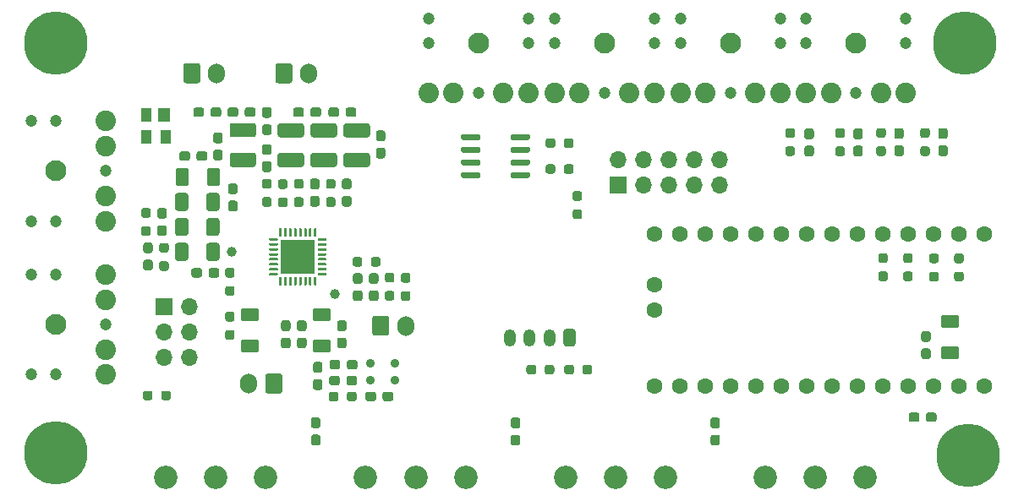
<source format=gts>
%TF.GenerationSoftware,KiCad,Pcbnew,5.1.11-e4df9d881f~92~ubuntu20.04.1*%
%TF.CreationDate,2021-11-07T16:27:16-08:00*%
%TF.ProjectId,TeensyKeyerShield,5465656e-7379-44b6-9579-657253686965,rev?*%
%TF.SameCoordinates,PX4c4b400PY42c1d80*%
%TF.FileFunction,Soldermask,Top*%
%TF.FilePolarity,Negative*%
%FSLAX46Y46*%
G04 Gerber Fmt 4.6, Leading zero omitted, Abs format (unit mm)*
G04 Created by KiCad (PCBNEW 5.1.11-e4df9d881f~92~ubuntu20.04.1) date 2021-11-07 16:27:16*
%MOMM*%
%LPD*%
G01*
G04 APERTURE LIST*
%ADD10C,2.340000*%
%ADD11C,1.600000*%
%ADD12R,1.200000X1.400000*%
%ADD13R,1.000000X1.400000*%
%ADD14O,1.700000X2.000000*%
%ADD15C,2.100000*%
%ADD16C,2.050000*%
%ADD17C,1.200000*%
%ADD18C,0.900000*%
%ADD19R,3.450000X3.450000*%
%ADD20C,6.350000*%
%ADD21C,1.000000*%
%ADD22R,1.700000X1.700000*%
%ADD23O,1.700000X1.700000*%
%ADD24O,1.200000X1.750000*%
G04 APERTURE END LIST*
D10*
%TO.C,RV2*%
X45500000Y-48000000D03*
X40500000Y-48000000D03*
X35500000Y-48000000D03*
%TD*%
D11*
%TO.C,U3*%
X64390000Y-31200000D03*
X64390000Y-38820000D03*
X64390000Y-28660000D03*
X64390000Y-23580000D03*
X66930000Y-38820000D03*
X69470000Y-38820000D03*
X72010000Y-38820000D03*
X74550000Y-38820000D03*
X77090000Y-38820000D03*
X79630000Y-38820000D03*
X82170000Y-38820000D03*
X84710000Y-38820000D03*
X87250000Y-38820000D03*
X89790000Y-38820000D03*
X92330000Y-38820000D03*
X94870000Y-38820000D03*
X97410000Y-38820000D03*
X66930000Y-23580000D03*
X69470000Y-23580000D03*
X72010000Y-23580000D03*
X74550000Y-23580000D03*
X77090000Y-23580000D03*
X79630000Y-23580000D03*
X82170000Y-23580000D03*
X84710000Y-23580000D03*
X87250000Y-23580000D03*
X89790000Y-23580000D03*
X92330000Y-23580000D03*
X94870000Y-23580000D03*
X97410000Y-23580000D03*
%TD*%
%TO.C,C17*%
G36*
G01*
X31762500Y-11637500D02*
X31762500Y-11162500D01*
G75*
G02*
X32000000Y-10925000I237500J0D01*
G01*
X32600000Y-10925000D01*
G75*
G02*
X32837500Y-11162500I0J-237500D01*
G01*
X32837500Y-11637500D01*
G75*
G02*
X32600000Y-11875000I-237500J0D01*
G01*
X32000000Y-11875000D01*
G75*
G02*
X31762500Y-11637500I0J237500D01*
G01*
G37*
G36*
G01*
X33487500Y-11637500D02*
X33487500Y-11162500D01*
G75*
G02*
X33725000Y-10925000I237500J0D01*
G01*
X34325000Y-10925000D01*
G75*
G02*
X34562500Y-11162500I0J-237500D01*
G01*
X34562500Y-11637500D01*
G75*
G02*
X34325000Y-11875000I-237500J0D01*
G01*
X33725000Y-11875000D01*
G75*
G02*
X33487500Y-11637500I0J237500D01*
G01*
G37*
%TD*%
%TO.C,C1*%
G36*
G01*
X20925000Y-17249999D02*
X20925000Y-18550001D01*
G75*
G02*
X20675001Y-18800000I-249999J0D01*
G01*
X19849999Y-18800000D01*
G75*
G02*
X19600000Y-18550001I0J249999D01*
G01*
X19600000Y-17249999D01*
G75*
G02*
X19849999Y-17000000I249999J0D01*
G01*
X20675001Y-17000000D01*
G75*
G02*
X20925000Y-17249999I0J-249999D01*
G01*
G37*
G36*
G01*
X17800000Y-17249999D02*
X17800000Y-18550001D01*
G75*
G02*
X17550001Y-18800000I-249999J0D01*
G01*
X16724999Y-18800000D01*
G75*
G02*
X16475000Y-18550001I0J249999D01*
G01*
X16475000Y-17249999D01*
G75*
G02*
X16724999Y-17000000I249999J0D01*
G01*
X17550001Y-17000000D01*
G75*
G02*
X17800000Y-17249999I0J-249999D01*
G01*
G37*
%TD*%
%TO.C,C2*%
G36*
G01*
X36062500Y-29262500D02*
X36537500Y-29262500D01*
G75*
G02*
X36775000Y-29500000I0J-237500D01*
G01*
X36775000Y-30100000D01*
G75*
G02*
X36537500Y-30337500I-237500J0D01*
G01*
X36062500Y-30337500D01*
G75*
G02*
X35825000Y-30100000I0J237500D01*
G01*
X35825000Y-29500000D01*
G75*
G02*
X36062500Y-29262500I237500J0D01*
G01*
G37*
G36*
G01*
X36062500Y-27537500D02*
X36537500Y-27537500D01*
G75*
G02*
X36775000Y-27775000I0J-237500D01*
G01*
X36775000Y-28375000D01*
G75*
G02*
X36537500Y-28612500I-237500J0D01*
G01*
X36062500Y-28612500D01*
G75*
G02*
X35825000Y-28375000I0J237500D01*
G01*
X35825000Y-27775000D01*
G75*
G02*
X36062500Y-27537500I237500J0D01*
G01*
G37*
%TD*%
%TO.C,C3*%
G36*
G01*
X34937500Y-30337500D02*
X34462500Y-30337500D01*
G75*
G02*
X34225000Y-30100000I0J237500D01*
G01*
X34225000Y-29500000D01*
G75*
G02*
X34462500Y-29262500I237500J0D01*
G01*
X34937500Y-29262500D01*
G75*
G02*
X35175000Y-29500000I0J-237500D01*
G01*
X35175000Y-30100000D01*
G75*
G02*
X34937500Y-30337500I-237500J0D01*
G01*
G37*
G36*
G01*
X34937500Y-28612500D02*
X34462500Y-28612500D01*
G75*
G02*
X34225000Y-28375000I0J237500D01*
G01*
X34225000Y-27775000D01*
G75*
G02*
X34462500Y-27537500I237500J0D01*
G01*
X34937500Y-27537500D01*
G75*
G02*
X35175000Y-27775000I0J-237500D01*
G01*
X35175000Y-28375000D01*
G75*
G02*
X34937500Y-28612500I-237500J0D01*
G01*
G37*
%TD*%
%TO.C,C4*%
G36*
G01*
X20837500Y-27262500D02*
X20837500Y-27737500D01*
G75*
G02*
X20600000Y-27975000I-237500J0D01*
G01*
X20000000Y-27975000D01*
G75*
G02*
X19762500Y-27737500I0J237500D01*
G01*
X19762500Y-27262500D01*
G75*
G02*
X20000000Y-27025000I237500J0D01*
G01*
X20600000Y-27025000D01*
G75*
G02*
X20837500Y-27262500I0J-237500D01*
G01*
G37*
G36*
G01*
X19112500Y-27262500D02*
X19112500Y-27737500D01*
G75*
G02*
X18875000Y-27975000I-237500J0D01*
G01*
X18275000Y-27975000D01*
G75*
G02*
X18037500Y-27737500I0J237500D01*
G01*
X18037500Y-27262500D01*
G75*
G02*
X18275000Y-27025000I237500J0D01*
G01*
X18875000Y-27025000D01*
G75*
G02*
X19112500Y-27262500I0J-237500D01*
G01*
G37*
%TD*%
%TO.C,C5*%
G36*
G01*
X17912500Y-15562500D02*
X17912500Y-16037500D01*
G75*
G02*
X17675000Y-16275000I-237500J0D01*
G01*
X17075000Y-16275000D01*
G75*
G02*
X16837500Y-16037500I0J237500D01*
G01*
X16837500Y-15562500D01*
G75*
G02*
X17075000Y-15325000I237500J0D01*
G01*
X17675000Y-15325000D01*
G75*
G02*
X17912500Y-15562500I0J-237500D01*
G01*
G37*
G36*
G01*
X19637500Y-15562500D02*
X19637500Y-16037500D01*
G75*
G02*
X19400000Y-16275000I-237500J0D01*
G01*
X18800000Y-16275000D01*
G75*
G02*
X18562500Y-16037500I0J237500D01*
G01*
X18562500Y-15562500D01*
G75*
G02*
X18800000Y-15325000I237500J0D01*
G01*
X19400000Y-15325000D01*
G75*
G02*
X19637500Y-15562500I0J-237500D01*
G01*
G37*
%TD*%
%TO.C,C6*%
G36*
G01*
X24550001Y-35487500D02*
X23249999Y-35487500D01*
G75*
G02*
X23000000Y-35237501I0J249999D01*
G01*
X23000000Y-34412499D01*
G75*
G02*
X23249999Y-34162500I249999J0D01*
G01*
X24550001Y-34162500D01*
G75*
G02*
X24800000Y-34412499I0J-249999D01*
G01*
X24800000Y-35237501D01*
G75*
G02*
X24550001Y-35487500I-249999J0D01*
G01*
G37*
G36*
G01*
X24550001Y-32362500D02*
X23249999Y-32362500D01*
G75*
G02*
X23000000Y-32112501I0J249999D01*
G01*
X23000000Y-31287499D01*
G75*
G02*
X23249999Y-31037500I249999J0D01*
G01*
X24550001Y-31037500D01*
G75*
G02*
X24800000Y-31287499I0J-249999D01*
G01*
X24800000Y-32112501D01*
G75*
G02*
X24550001Y-32362500I-249999J0D01*
G01*
G37*
%TD*%
%TO.C,C7*%
G36*
G01*
X19537500Y-23550001D02*
X19537500Y-22249999D01*
G75*
G02*
X19787499Y-22000000I249999J0D01*
G01*
X20612501Y-22000000D01*
G75*
G02*
X20862500Y-22249999I0J-249999D01*
G01*
X20862500Y-23550001D01*
G75*
G02*
X20612501Y-23800000I-249999J0D01*
G01*
X19787499Y-23800000D01*
G75*
G02*
X19537500Y-23550001I0J249999D01*
G01*
G37*
G36*
G01*
X16412500Y-23550001D02*
X16412500Y-22249999D01*
G75*
G02*
X16662499Y-22000000I249999J0D01*
G01*
X17487501Y-22000000D01*
G75*
G02*
X17737500Y-22249999I0J-249999D01*
G01*
X17737500Y-23550001D01*
G75*
G02*
X17487501Y-23800000I-249999J0D01*
G01*
X16662499Y-23800000D01*
G75*
G02*
X16412500Y-23550001I0J249999D01*
G01*
G37*
%TD*%
%TO.C,C8*%
G36*
G01*
X16412500Y-26050001D02*
X16412500Y-24749999D01*
G75*
G02*
X16662499Y-24500000I249999J0D01*
G01*
X17487501Y-24500000D01*
G75*
G02*
X17737500Y-24749999I0J-249999D01*
G01*
X17737500Y-26050001D01*
G75*
G02*
X17487501Y-26300000I-249999J0D01*
G01*
X16662499Y-26300000D01*
G75*
G02*
X16412500Y-26050001I0J249999D01*
G01*
G37*
G36*
G01*
X19537500Y-26050001D02*
X19537500Y-24749999D01*
G75*
G02*
X19787499Y-24500000I249999J0D01*
G01*
X20612501Y-24500000D01*
G75*
G02*
X20862500Y-24749999I0J-249999D01*
G01*
X20862500Y-26050001D01*
G75*
G02*
X20612501Y-26300000I-249999J0D01*
G01*
X19787499Y-26300000D01*
G75*
G02*
X19537500Y-26050001I0J249999D01*
G01*
G37*
%TD*%
%TO.C,C9*%
G36*
G01*
X27262500Y-32262500D02*
X27737500Y-32262500D01*
G75*
G02*
X27975000Y-32500000I0J-237500D01*
G01*
X27975000Y-33100000D01*
G75*
G02*
X27737500Y-33337500I-237500J0D01*
G01*
X27262500Y-33337500D01*
G75*
G02*
X27025000Y-33100000I0J237500D01*
G01*
X27025000Y-32500000D01*
G75*
G02*
X27262500Y-32262500I237500J0D01*
G01*
G37*
G36*
G01*
X27262500Y-33987500D02*
X27737500Y-33987500D01*
G75*
G02*
X27975000Y-34225000I0J-237500D01*
G01*
X27975000Y-34825000D01*
G75*
G02*
X27737500Y-35062500I-237500J0D01*
G01*
X27262500Y-35062500D01*
G75*
G02*
X27025000Y-34825000I0J237500D01*
G01*
X27025000Y-34225000D01*
G75*
G02*
X27262500Y-33987500I237500J0D01*
G01*
G37*
%TD*%
%TO.C,C10*%
G36*
G01*
X22437500Y-19612500D02*
X21962500Y-19612500D01*
G75*
G02*
X21725000Y-19375000I0J237500D01*
G01*
X21725000Y-18775000D01*
G75*
G02*
X21962500Y-18537500I237500J0D01*
G01*
X22437500Y-18537500D01*
G75*
G02*
X22675000Y-18775000I0J-237500D01*
G01*
X22675000Y-19375000D01*
G75*
G02*
X22437500Y-19612500I-237500J0D01*
G01*
G37*
G36*
G01*
X22437500Y-21337500D02*
X21962500Y-21337500D01*
G75*
G02*
X21725000Y-21100000I0J237500D01*
G01*
X21725000Y-20500000D01*
G75*
G02*
X21962500Y-20262500I237500J0D01*
G01*
X22437500Y-20262500D01*
G75*
G02*
X22675000Y-20500000I0J-237500D01*
G01*
X22675000Y-21100000D01*
G75*
G02*
X22437500Y-21337500I-237500J0D01*
G01*
G37*
%TD*%
%TO.C,C11*%
G36*
G01*
X32862500Y-33987500D02*
X33337500Y-33987500D01*
G75*
G02*
X33575000Y-34225000I0J-237500D01*
G01*
X33575000Y-34825000D01*
G75*
G02*
X33337500Y-35062500I-237500J0D01*
G01*
X32862500Y-35062500D01*
G75*
G02*
X32625000Y-34825000I0J237500D01*
G01*
X32625000Y-34225000D01*
G75*
G02*
X32862500Y-33987500I237500J0D01*
G01*
G37*
G36*
G01*
X32862500Y-32262500D02*
X33337500Y-32262500D01*
G75*
G02*
X33575000Y-32500000I0J-237500D01*
G01*
X33575000Y-33100000D01*
G75*
G02*
X33337500Y-33337500I-237500J0D01*
G01*
X32862500Y-33337500D01*
G75*
G02*
X32625000Y-33100000I0J237500D01*
G01*
X32625000Y-32500000D01*
G75*
G02*
X32862500Y-32262500I237500J0D01*
G01*
G37*
%TD*%
%TO.C,C12*%
G36*
G01*
X17737500Y-19749999D02*
X17737500Y-21050001D01*
G75*
G02*
X17487501Y-21300000I-249999J0D01*
G01*
X16662499Y-21300000D01*
G75*
G02*
X16412500Y-21050001I0J249999D01*
G01*
X16412500Y-19749999D01*
G75*
G02*
X16662499Y-19500000I249999J0D01*
G01*
X17487501Y-19500000D01*
G75*
G02*
X17737500Y-19749999I0J-249999D01*
G01*
G37*
G36*
G01*
X20862500Y-19749999D02*
X20862500Y-21050001D01*
G75*
G02*
X20612501Y-21300000I-249999J0D01*
G01*
X19787499Y-21300000D01*
G75*
G02*
X19537500Y-21050001I0J249999D01*
G01*
X19537500Y-19749999D01*
G75*
G02*
X19787499Y-19500000I249999J0D01*
G01*
X20612501Y-19500000D01*
G75*
G02*
X20862500Y-19749999I0J-249999D01*
G01*
G37*
%TD*%
%TO.C,C13*%
G36*
G01*
X14862500Y-22725000D02*
X15337500Y-22725000D01*
G75*
G02*
X15575000Y-22962500I0J-237500D01*
G01*
X15575000Y-23562500D01*
G75*
G02*
X15337500Y-23800000I-237500J0D01*
G01*
X14862500Y-23800000D01*
G75*
G02*
X14625000Y-23562500I0J237500D01*
G01*
X14625000Y-22962500D01*
G75*
G02*
X14862500Y-22725000I237500J0D01*
G01*
G37*
G36*
G01*
X14862500Y-21000000D02*
X15337500Y-21000000D01*
G75*
G02*
X15575000Y-21237500I0J-237500D01*
G01*
X15575000Y-21837500D01*
G75*
G02*
X15337500Y-22075000I-237500J0D01*
G01*
X14862500Y-22075000D01*
G75*
G02*
X14625000Y-21837500I0J237500D01*
G01*
X14625000Y-21237500D01*
G75*
G02*
X14862500Y-21000000I237500J0D01*
G01*
G37*
%TD*%
%TO.C,C14*%
G36*
G01*
X13462500Y-24462500D02*
X13937500Y-24462500D01*
G75*
G02*
X14175000Y-24700000I0J-237500D01*
G01*
X14175000Y-25300000D01*
G75*
G02*
X13937500Y-25537500I-237500J0D01*
G01*
X13462500Y-25537500D01*
G75*
G02*
X13225000Y-25300000I0J237500D01*
G01*
X13225000Y-24700000D01*
G75*
G02*
X13462500Y-24462500I237500J0D01*
G01*
G37*
G36*
G01*
X13462500Y-26187500D02*
X13937500Y-26187500D01*
G75*
G02*
X14175000Y-26425000I0J-237500D01*
G01*
X14175000Y-27025000D01*
G75*
G02*
X13937500Y-27262500I-237500J0D01*
G01*
X13462500Y-27262500D01*
G75*
G02*
X13225000Y-27025000I0J237500D01*
G01*
X13225000Y-26425000D01*
G75*
G02*
X13462500Y-26187500I237500J0D01*
G01*
G37*
%TD*%
%TO.C,C15*%
G36*
G01*
X29337500Y-35062500D02*
X28862500Y-35062500D01*
G75*
G02*
X28625000Y-34825000I0J237500D01*
G01*
X28625000Y-34225000D01*
G75*
G02*
X28862500Y-33987500I237500J0D01*
G01*
X29337500Y-33987500D01*
G75*
G02*
X29575000Y-34225000I0J-237500D01*
G01*
X29575000Y-34825000D01*
G75*
G02*
X29337500Y-35062500I-237500J0D01*
G01*
G37*
G36*
G01*
X29337500Y-33337500D02*
X28862500Y-33337500D01*
G75*
G02*
X28625000Y-33100000I0J237500D01*
G01*
X28625000Y-32500000D01*
G75*
G02*
X28862500Y-32262500I237500J0D01*
G01*
X29337500Y-32262500D01*
G75*
G02*
X29575000Y-32500000I0J-237500D01*
G01*
X29575000Y-33100000D01*
G75*
G02*
X29337500Y-33337500I-237500J0D01*
G01*
G37*
%TD*%
%TO.C,C16*%
G36*
G01*
X21662500Y-11637500D02*
X21662500Y-11162500D01*
G75*
G02*
X21900000Y-10925000I237500J0D01*
G01*
X22500000Y-10925000D01*
G75*
G02*
X22737500Y-11162500I0J-237500D01*
G01*
X22737500Y-11637500D01*
G75*
G02*
X22500000Y-11875000I-237500J0D01*
G01*
X21900000Y-11875000D01*
G75*
G02*
X21662500Y-11637500I0J237500D01*
G01*
G37*
G36*
G01*
X23387500Y-11637500D02*
X23387500Y-11162500D01*
G75*
G02*
X23625000Y-10925000I237500J0D01*
G01*
X24225000Y-10925000D01*
G75*
G02*
X24462500Y-11162500I0J-237500D01*
G01*
X24462500Y-11637500D01*
G75*
G02*
X24225000Y-11875000I-237500J0D01*
G01*
X23625000Y-11875000D01*
G75*
G02*
X23387500Y-11637500I0J237500D01*
G01*
G37*
%TD*%
%TO.C,C18*%
G36*
G01*
X19962500Y-11637500D02*
X19962500Y-11162500D01*
G75*
G02*
X20200000Y-10925000I237500J0D01*
G01*
X20800000Y-10925000D01*
G75*
G02*
X21037500Y-11162500I0J-237500D01*
G01*
X21037500Y-11637500D01*
G75*
G02*
X20800000Y-11875000I-237500J0D01*
G01*
X20200000Y-11875000D01*
G75*
G02*
X19962500Y-11637500I0J237500D01*
G01*
G37*
G36*
G01*
X18237500Y-11637500D02*
X18237500Y-11162500D01*
G75*
G02*
X18475000Y-10925000I237500J0D01*
G01*
X19075000Y-10925000D01*
G75*
G02*
X19312500Y-11162500I0J-237500D01*
G01*
X19312500Y-11637500D01*
G75*
G02*
X19075000Y-11875000I-237500J0D01*
G01*
X18475000Y-11875000D01*
G75*
G02*
X18237500Y-11637500I0J237500D01*
G01*
G37*
%TD*%
%TO.C,C19*%
G36*
G01*
X25837500Y-11975000D02*
X25362500Y-11975000D01*
G75*
G02*
X25125000Y-11737500I0J237500D01*
G01*
X25125000Y-11137500D01*
G75*
G02*
X25362500Y-10900000I237500J0D01*
G01*
X25837500Y-10900000D01*
G75*
G02*
X26075000Y-11137500I0J-237500D01*
G01*
X26075000Y-11737500D01*
G75*
G02*
X25837500Y-11975000I-237500J0D01*
G01*
G37*
G36*
G01*
X25837500Y-13700000D02*
X25362500Y-13700000D01*
G75*
G02*
X25125000Y-13462500I0J237500D01*
G01*
X25125000Y-12862500D01*
G75*
G02*
X25362500Y-12625000I237500J0D01*
G01*
X25837500Y-12625000D01*
G75*
G02*
X26075000Y-12862500I0J-237500D01*
G01*
X26075000Y-13462500D01*
G75*
G02*
X25837500Y-13700000I-237500J0D01*
G01*
G37*
%TD*%
%TO.C,C20*%
G36*
G01*
X28237500Y-11637500D02*
X28237500Y-11162500D01*
G75*
G02*
X28475000Y-10925000I237500J0D01*
G01*
X29075000Y-10925000D01*
G75*
G02*
X29312500Y-11162500I0J-237500D01*
G01*
X29312500Y-11637500D01*
G75*
G02*
X29075000Y-11875000I-237500J0D01*
G01*
X28475000Y-11875000D01*
G75*
G02*
X28237500Y-11637500I0J237500D01*
G01*
G37*
G36*
G01*
X29962500Y-11637500D02*
X29962500Y-11162500D01*
G75*
G02*
X30200000Y-10925000I237500J0D01*
G01*
X30800000Y-10925000D01*
G75*
G02*
X31037500Y-11162500I0J-237500D01*
G01*
X31037500Y-11637500D01*
G75*
G02*
X30800000Y-11875000I-237500J0D01*
G01*
X30200000Y-11875000D01*
G75*
G02*
X29962500Y-11637500I0J237500D01*
G01*
G37*
%TD*%
%TO.C,C21*%
G36*
G01*
X37237500Y-16037500D02*
X36762500Y-16037500D01*
G75*
G02*
X36525000Y-15800000I0J237500D01*
G01*
X36525000Y-15200000D01*
G75*
G02*
X36762500Y-14962500I237500J0D01*
G01*
X37237500Y-14962500D01*
G75*
G02*
X37475000Y-15200000I0J-237500D01*
G01*
X37475000Y-15800000D01*
G75*
G02*
X37237500Y-16037500I-237500J0D01*
G01*
G37*
G36*
G01*
X37237500Y-14312500D02*
X36762500Y-14312500D01*
G75*
G02*
X36525000Y-14075000I0J237500D01*
G01*
X36525000Y-13475000D01*
G75*
G02*
X36762500Y-13237500I237500J0D01*
G01*
X37237500Y-13237500D01*
G75*
G02*
X37475000Y-13475000I0J-237500D01*
G01*
X37475000Y-14075000D01*
G75*
G02*
X37237500Y-14312500I-237500J0D01*
G01*
G37*
%TD*%
%TO.C,C22*%
G36*
G01*
X31750001Y-35487500D02*
X30449999Y-35487500D01*
G75*
G02*
X30200000Y-35237501I0J249999D01*
G01*
X30200000Y-34412499D01*
G75*
G02*
X30449999Y-34162500I249999J0D01*
G01*
X31750001Y-34162500D01*
G75*
G02*
X32000000Y-34412499I0J-249999D01*
G01*
X32000000Y-35237501D01*
G75*
G02*
X31750001Y-35487500I-249999J0D01*
G01*
G37*
G36*
G01*
X31750001Y-32362500D02*
X30449999Y-32362500D01*
G75*
G02*
X30200000Y-32112501I0J249999D01*
G01*
X30200000Y-31287499D01*
G75*
G02*
X30449999Y-31037500I249999J0D01*
G01*
X31750001Y-31037500D01*
G75*
G02*
X32000000Y-31287499I0J-249999D01*
G01*
X32000000Y-32112501D01*
G75*
G02*
X31750001Y-32362500I-249999J0D01*
G01*
G37*
%TD*%
%TO.C,C23*%
G36*
G01*
X30462500Y-38162500D02*
X30937500Y-38162500D01*
G75*
G02*
X31175000Y-38400000I0J-237500D01*
G01*
X31175000Y-39000000D01*
G75*
G02*
X30937500Y-39237500I-237500J0D01*
G01*
X30462500Y-39237500D01*
G75*
G02*
X30225000Y-39000000I0J237500D01*
G01*
X30225000Y-38400000D01*
G75*
G02*
X30462500Y-38162500I237500J0D01*
G01*
G37*
G36*
G01*
X30462500Y-36437500D02*
X30937500Y-36437500D01*
G75*
G02*
X31175000Y-36675000I0J-237500D01*
G01*
X31175000Y-37275000D01*
G75*
G02*
X30937500Y-37512500I-237500J0D01*
G01*
X30462500Y-37512500D01*
G75*
G02*
X30225000Y-37275000I0J237500D01*
G01*
X30225000Y-36675000D01*
G75*
G02*
X30462500Y-36437500I237500J0D01*
G01*
G37*
%TD*%
%TO.C,C24*%
G36*
G01*
X32912500Y-38062500D02*
X32912500Y-38537500D01*
G75*
G02*
X32675000Y-38775000I-237500J0D01*
G01*
X32075000Y-38775000D01*
G75*
G02*
X31837500Y-38537500I0J237500D01*
G01*
X31837500Y-38062500D01*
G75*
G02*
X32075000Y-37825000I237500J0D01*
G01*
X32675000Y-37825000D01*
G75*
G02*
X32912500Y-38062500I0J-237500D01*
G01*
G37*
G36*
G01*
X34637500Y-38062500D02*
X34637500Y-38537500D01*
G75*
G02*
X34400000Y-38775000I-237500J0D01*
G01*
X33800000Y-38775000D01*
G75*
G02*
X33562500Y-38537500I0J237500D01*
G01*
X33562500Y-38062500D01*
G75*
G02*
X33800000Y-37825000I237500J0D01*
G01*
X34400000Y-37825000D01*
G75*
G02*
X34637500Y-38062500I0J-237500D01*
G01*
G37*
%TD*%
%TO.C,C25*%
G36*
G01*
X35462500Y-40137500D02*
X35462500Y-39662500D01*
G75*
G02*
X35700000Y-39425000I237500J0D01*
G01*
X36300000Y-39425000D01*
G75*
G02*
X36537500Y-39662500I0J-237500D01*
G01*
X36537500Y-40137500D01*
G75*
G02*
X36300000Y-40375000I-237500J0D01*
G01*
X35700000Y-40375000D01*
G75*
G02*
X35462500Y-40137500I0J237500D01*
G01*
G37*
G36*
G01*
X37187500Y-40137500D02*
X37187500Y-39662500D01*
G75*
G02*
X37425000Y-39425000I237500J0D01*
G01*
X38025000Y-39425000D01*
G75*
G02*
X38262500Y-39662500I0J-237500D01*
G01*
X38262500Y-40137500D01*
G75*
G02*
X38025000Y-40375000I-237500J0D01*
G01*
X37425000Y-40375000D01*
G75*
G02*
X37187500Y-40137500I0J237500D01*
G01*
G37*
%TD*%
%TO.C,C26*%
G36*
G01*
X30262500Y-43712500D02*
X30737500Y-43712500D01*
G75*
G02*
X30975000Y-43950000I0J-237500D01*
G01*
X30975000Y-44550000D01*
G75*
G02*
X30737500Y-44787500I-237500J0D01*
G01*
X30262500Y-44787500D01*
G75*
G02*
X30025000Y-44550000I0J237500D01*
G01*
X30025000Y-43950000D01*
G75*
G02*
X30262500Y-43712500I237500J0D01*
G01*
G37*
G36*
G01*
X30262500Y-41987500D02*
X30737500Y-41987500D01*
G75*
G02*
X30975000Y-42225000I0J-237500D01*
G01*
X30975000Y-42825000D01*
G75*
G02*
X30737500Y-43062500I-237500J0D01*
G01*
X30262500Y-43062500D01*
G75*
G02*
X30025000Y-42825000I0J237500D01*
G01*
X30025000Y-42225000D01*
G75*
G02*
X30262500Y-41987500I237500J0D01*
G01*
G37*
%TD*%
%TO.C,C27*%
G36*
G01*
X50262500Y-43737500D02*
X50737500Y-43737500D01*
G75*
G02*
X50975000Y-43975000I0J-237500D01*
G01*
X50975000Y-44575000D01*
G75*
G02*
X50737500Y-44812500I-237500J0D01*
G01*
X50262500Y-44812500D01*
G75*
G02*
X50025000Y-44575000I0J237500D01*
G01*
X50025000Y-43975000D01*
G75*
G02*
X50262500Y-43737500I237500J0D01*
G01*
G37*
G36*
G01*
X50262500Y-42012500D02*
X50737500Y-42012500D01*
G75*
G02*
X50975000Y-42250000I0J-237500D01*
G01*
X50975000Y-42850000D01*
G75*
G02*
X50737500Y-43087500I-237500J0D01*
G01*
X50262500Y-43087500D01*
G75*
G02*
X50025000Y-42850000I0J237500D01*
G01*
X50025000Y-42250000D01*
G75*
G02*
X50262500Y-42012500I237500J0D01*
G01*
G37*
%TD*%
%TO.C,C28*%
G36*
G01*
X70262500Y-42000000D02*
X70737500Y-42000000D01*
G75*
G02*
X70975000Y-42237500I0J-237500D01*
G01*
X70975000Y-42837500D01*
G75*
G02*
X70737500Y-43075000I-237500J0D01*
G01*
X70262500Y-43075000D01*
G75*
G02*
X70025000Y-42837500I0J237500D01*
G01*
X70025000Y-42237500D01*
G75*
G02*
X70262500Y-42000000I237500J0D01*
G01*
G37*
G36*
G01*
X70262500Y-43725000D02*
X70737500Y-43725000D01*
G75*
G02*
X70975000Y-43962500I0J-237500D01*
G01*
X70975000Y-44562500D01*
G75*
G02*
X70737500Y-44800000I-237500J0D01*
G01*
X70262500Y-44800000D01*
G75*
G02*
X70025000Y-44562500I0J237500D01*
G01*
X70025000Y-43962500D01*
G75*
G02*
X70262500Y-43725000I237500J0D01*
G01*
G37*
%TD*%
%TO.C,C29*%
G36*
G01*
X85037500Y-15837500D02*
X84562500Y-15837500D01*
G75*
G02*
X84325000Y-15600000I0J237500D01*
G01*
X84325000Y-15000000D01*
G75*
G02*
X84562500Y-14762500I237500J0D01*
G01*
X85037500Y-14762500D01*
G75*
G02*
X85275000Y-15000000I0J-237500D01*
G01*
X85275000Y-15600000D01*
G75*
G02*
X85037500Y-15837500I-237500J0D01*
G01*
G37*
G36*
G01*
X85037500Y-14112500D02*
X84562500Y-14112500D01*
G75*
G02*
X84325000Y-13875000I0J237500D01*
G01*
X84325000Y-13275000D01*
G75*
G02*
X84562500Y-13037500I237500J0D01*
G01*
X85037500Y-13037500D01*
G75*
G02*
X85275000Y-13275000I0J-237500D01*
G01*
X85275000Y-13875000D01*
G75*
G02*
X85037500Y-14112500I-237500J0D01*
G01*
G37*
%TD*%
%TO.C,C30*%
G36*
G01*
X80137500Y-14112500D02*
X79662500Y-14112500D01*
G75*
G02*
X79425000Y-13875000I0J237500D01*
G01*
X79425000Y-13275000D01*
G75*
G02*
X79662500Y-13037500I237500J0D01*
G01*
X80137500Y-13037500D01*
G75*
G02*
X80375000Y-13275000I0J-237500D01*
G01*
X80375000Y-13875000D01*
G75*
G02*
X80137500Y-14112500I-237500J0D01*
G01*
G37*
G36*
G01*
X80137500Y-15837500D02*
X79662500Y-15837500D01*
G75*
G02*
X79425000Y-15600000I0J237500D01*
G01*
X79425000Y-15000000D01*
G75*
G02*
X79662500Y-14762500I237500J0D01*
G01*
X80137500Y-14762500D01*
G75*
G02*
X80375000Y-15000000I0J-237500D01*
G01*
X80375000Y-15600000D01*
G75*
G02*
X80137500Y-15837500I-237500J0D01*
G01*
G37*
%TD*%
%TO.C,C31*%
G36*
G01*
X89137500Y-15800000D02*
X88662500Y-15800000D01*
G75*
G02*
X88425000Y-15562500I0J237500D01*
G01*
X88425000Y-14962500D01*
G75*
G02*
X88662500Y-14725000I237500J0D01*
G01*
X89137500Y-14725000D01*
G75*
G02*
X89375000Y-14962500I0J-237500D01*
G01*
X89375000Y-15562500D01*
G75*
G02*
X89137500Y-15800000I-237500J0D01*
G01*
G37*
G36*
G01*
X89137500Y-14075000D02*
X88662500Y-14075000D01*
G75*
G02*
X88425000Y-13837500I0J237500D01*
G01*
X88425000Y-13237500D01*
G75*
G02*
X88662500Y-13000000I237500J0D01*
G01*
X89137500Y-13000000D01*
G75*
G02*
X89375000Y-13237500I0J-237500D01*
G01*
X89375000Y-13837500D01*
G75*
G02*
X89137500Y-14075000I-237500J0D01*
G01*
G37*
%TD*%
%TO.C,C32*%
G36*
G01*
X93537500Y-14075000D02*
X93062500Y-14075000D01*
G75*
G02*
X92825000Y-13837500I0J237500D01*
G01*
X92825000Y-13237500D01*
G75*
G02*
X93062500Y-13000000I237500J0D01*
G01*
X93537500Y-13000000D01*
G75*
G02*
X93775000Y-13237500I0J-237500D01*
G01*
X93775000Y-13837500D01*
G75*
G02*
X93537500Y-14075000I-237500J0D01*
G01*
G37*
G36*
G01*
X93537500Y-15800000D02*
X93062500Y-15800000D01*
G75*
G02*
X92825000Y-15562500I0J237500D01*
G01*
X92825000Y-14962500D01*
G75*
G02*
X93062500Y-14725000I237500J0D01*
G01*
X93537500Y-14725000D01*
G75*
G02*
X93775000Y-14962500I0J-237500D01*
G01*
X93775000Y-15562500D01*
G75*
G02*
X93537500Y-15800000I-237500J0D01*
G01*
G37*
%TD*%
%TO.C,C33*%
G36*
G01*
X89862500Y-42212500D02*
X89862500Y-41737500D01*
G75*
G02*
X90100000Y-41500000I237500J0D01*
G01*
X90700000Y-41500000D01*
G75*
G02*
X90937500Y-41737500I0J-237500D01*
G01*
X90937500Y-42212500D01*
G75*
G02*
X90700000Y-42450000I-237500J0D01*
G01*
X90100000Y-42450000D01*
G75*
G02*
X89862500Y-42212500I0J237500D01*
G01*
G37*
G36*
G01*
X91587500Y-42212500D02*
X91587500Y-41737500D01*
G75*
G02*
X91825000Y-41500000I237500J0D01*
G01*
X92425000Y-41500000D01*
G75*
G02*
X92662500Y-41737500I0J-237500D01*
G01*
X92662500Y-42212500D01*
G75*
G02*
X92425000Y-42450000I-237500J0D01*
G01*
X91825000Y-42450000D01*
G75*
G02*
X91587500Y-42212500I0J237500D01*
G01*
G37*
%TD*%
%TO.C,C34*%
G36*
G01*
X94650001Y-33037500D02*
X93349999Y-33037500D01*
G75*
G02*
X93100000Y-32787501I0J249999D01*
G01*
X93100000Y-31962499D01*
G75*
G02*
X93349999Y-31712500I249999J0D01*
G01*
X94650001Y-31712500D01*
G75*
G02*
X94900000Y-31962499I0J-249999D01*
G01*
X94900000Y-32787501D01*
G75*
G02*
X94650001Y-33037500I-249999J0D01*
G01*
G37*
G36*
G01*
X94650001Y-36162500D02*
X93349999Y-36162500D01*
G75*
G02*
X93100000Y-35912501I0J249999D01*
G01*
X93100000Y-35087499D01*
G75*
G02*
X93349999Y-34837500I249999J0D01*
G01*
X94650001Y-34837500D01*
G75*
G02*
X94900000Y-35087499I0J-249999D01*
G01*
X94900000Y-35912501D01*
G75*
G02*
X94650001Y-36162500I-249999J0D01*
G01*
G37*
%TD*%
%TO.C,C35*%
G36*
G01*
X91837500Y-34412500D02*
X91362500Y-34412500D01*
G75*
G02*
X91125000Y-34175000I0J237500D01*
G01*
X91125000Y-33575000D01*
G75*
G02*
X91362500Y-33337500I237500J0D01*
G01*
X91837500Y-33337500D01*
G75*
G02*
X92075000Y-33575000I0J-237500D01*
G01*
X92075000Y-34175000D01*
G75*
G02*
X91837500Y-34412500I-237500J0D01*
G01*
G37*
G36*
G01*
X91837500Y-36137500D02*
X91362500Y-36137500D01*
G75*
G02*
X91125000Y-35900000I0J237500D01*
G01*
X91125000Y-35300000D01*
G75*
G02*
X91362500Y-35062500I237500J0D01*
G01*
X91837500Y-35062500D01*
G75*
G02*
X92075000Y-35300000I0J-237500D01*
G01*
X92075000Y-35900000D01*
G75*
G02*
X91837500Y-36137500I-237500J0D01*
G01*
G37*
%TD*%
%TO.C,C36*%
G36*
G01*
X20462500Y-15162500D02*
X20937500Y-15162500D01*
G75*
G02*
X21175000Y-15400000I0J-237500D01*
G01*
X21175000Y-16000000D01*
G75*
G02*
X20937500Y-16237500I-237500J0D01*
G01*
X20462500Y-16237500D01*
G75*
G02*
X20225000Y-16000000I0J237500D01*
G01*
X20225000Y-15400000D01*
G75*
G02*
X20462500Y-15162500I237500J0D01*
G01*
G37*
G36*
G01*
X20462500Y-13437500D02*
X20937500Y-13437500D01*
G75*
G02*
X21175000Y-13675000I0J-237500D01*
G01*
X21175000Y-14275000D01*
G75*
G02*
X20937500Y-14512500I-237500J0D01*
G01*
X20462500Y-14512500D01*
G75*
G02*
X20225000Y-14275000I0J237500D01*
G01*
X20225000Y-13675000D01*
G75*
G02*
X20462500Y-13437500I237500J0D01*
G01*
G37*
%TD*%
%TO.C,C37*%
G36*
G01*
X25362500Y-14600000D02*
X25837500Y-14600000D01*
G75*
G02*
X26075000Y-14837500I0J-237500D01*
G01*
X26075000Y-15437500D01*
G75*
G02*
X25837500Y-15675000I-237500J0D01*
G01*
X25362500Y-15675000D01*
G75*
G02*
X25125000Y-15437500I0J237500D01*
G01*
X25125000Y-14837500D01*
G75*
G02*
X25362500Y-14600000I237500J0D01*
G01*
G37*
G36*
G01*
X25362500Y-16325000D02*
X25837500Y-16325000D01*
G75*
G02*
X26075000Y-16562500I0J-237500D01*
G01*
X26075000Y-17162500D01*
G75*
G02*
X25837500Y-17400000I-237500J0D01*
G01*
X25362500Y-17400000D01*
G75*
G02*
X25125000Y-17162500I0J237500D01*
G01*
X25125000Y-16562500D01*
G75*
G02*
X25362500Y-16325000I237500J0D01*
G01*
G37*
%TD*%
%TO.C,C38*%
G36*
G01*
X30637500Y-19137500D02*
X30162500Y-19137500D01*
G75*
G02*
X29925000Y-18900000I0J237500D01*
G01*
X29925000Y-18300000D01*
G75*
G02*
X30162500Y-18062500I237500J0D01*
G01*
X30637500Y-18062500D01*
G75*
G02*
X30875000Y-18300000I0J-237500D01*
G01*
X30875000Y-18900000D01*
G75*
G02*
X30637500Y-19137500I-237500J0D01*
G01*
G37*
G36*
G01*
X30637500Y-20862500D02*
X30162500Y-20862500D01*
G75*
G02*
X29925000Y-20625000I0J237500D01*
G01*
X29925000Y-20025000D01*
G75*
G02*
X30162500Y-19787500I237500J0D01*
G01*
X30637500Y-19787500D01*
G75*
G02*
X30875000Y-20025000I0J-237500D01*
G01*
X30875000Y-20625000D01*
G75*
G02*
X30637500Y-20862500I-237500J0D01*
G01*
G37*
%TD*%
%TO.C,C39*%
G36*
G01*
X33837500Y-20862500D02*
X33362500Y-20862500D01*
G75*
G02*
X33125000Y-20625000I0J237500D01*
G01*
X33125000Y-20025000D01*
G75*
G02*
X33362500Y-19787500I237500J0D01*
G01*
X33837500Y-19787500D01*
G75*
G02*
X34075000Y-20025000I0J-237500D01*
G01*
X34075000Y-20625000D01*
G75*
G02*
X33837500Y-20862500I-237500J0D01*
G01*
G37*
G36*
G01*
X33837500Y-19137500D02*
X33362500Y-19137500D01*
G75*
G02*
X33125000Y-18900000I0J237500D01*
G01*
X33125000Y-18300000D01*
G75*
G02*
X33362500Y-18062500I237500J0D01*
G01*
X33837500Y-18062500D01*
G75*
G02*
X34075000Y-18300000I0J-237500D01*
G01*
X34075000Y-18900000D01*
G75*
G02*
X33837500Y-19137500I-237500J0D01*
G01*
G37*
%TD*%
D12*
%TO.C,D1*%
X15270000Y-11700000D03*
D13*
X13550000Y-11700000D03*
X13550000Y-13900000D03*
X15450000Y-13900000D03*
%TD*%
%TO.C,FB1*%
G36*
G01*
X39262500Y-29337500D02*
X39737500Y-29337500D01*
G75*
G02*
X39975000Y-29575000I0J-237500D01*
G01*
X39975000Y-30075000D01*
G75*
G02*
X39737500Y-30312500I-237500J0D01*
G01*
X39262500Y-30312500D01*
G75*
G02*
X39025000Y-30075000I0J237500D01*
G01*
X39025000Y-29575000D01*
G75*
G02*
X39262500Y-29337500I237500J0D01*
G01*
G37*
G36*
G01*
X39262500Y-27512500D02*
X39737500Y-27512500D01*
G75*
G02*
X39975000Y-27750000I0J-237500D01*
G01*
X39975000Y-28250000D01*
G75*
G02*
X39737500Y-28487500I-237500J0D01*
G01*
X39262500Y-28487500D01*
G75*
G02*
X39025000Y-28250000I0J237500D01*
G01*
X39025000Y-27750000D01*
G75*
G02*
X39262500Y-27512500I237500J0D01*
G01*
G37*
%TD*%
%TO.C,FB2*%
G36*
G01*
X21662500Y-27000000D02*
X22137500Y-27000000D01*
G75*
G02*
X22375000Y-27237500I0J-237500D01*
G01*
X22375000Y-27737500D01*
G75*
G02*
X22137500Y-27975000I-237500J0D01*
G01*
X21662500Y-27975000D01*
G75*
G02*
X21425000Y-27737500I0J237500D01*
G01*
X21425000Y-27237500D01*
G75*
G02*
X21662500Y-27000000I237500J0D01*
G01*
G37*
G36*
G01*
X21662500Y-28825000D02*
X22137500Y-28825000D01*
G75*
G02*
X22375000Y-29062500I0J-237500D01*
G01*
X22375000Y-29562500D01*
G75*
G02*
X22137500Y-29800000I-237500J0D01*
G01*
X21662500Y-29800000D01*
G75*
G02*
X21425000Y-29562500I0J237500D01*
G01*
X21425000Y-29062500D01*
G75*
G02*
X21662500Y-28825000I237500J0D01*
G01*
G37*
%TD*%
%TO.C,FB3*%
G36*
G01*
X25362500Y-18087500D02*
X25837500Y-18087500D01*
G75*
G02*
X26075000Y-18325000I0J-237500D01*
G01*
X26075000Y-18825000D01*
G75*
G02*
X25837500Y-19062500I-237500J0D01*
G01*
X25362500Y-19062500D01*
G75*
G02*
X25125000Y-18825000I0J237500D01*
G01*
X25125000Y-18325000D01*
G75*
G02*
X25362500Y-18087500I237500J0D01*
G01*
G37*
G36*
G01*
X25362500Y-19912500D02*
X25837500Y-19912500D01*
G75*
G02*
X26075000Y-20150000I0J-237500D01*
G01*
X26075000Y-20650000D01*
G75*
G02*
X25837500Y-20887500I-237500J0D01*
G01*
X25362500Y-20887500D01*
G75*
G02*
X25125000Y-20650000I0J237500D01*
G01*
X25125000Y-20150000D01*
G75*
G02*
X25362500Y-19912500I237500J0D01*
G01*
G37*
%TD*%
%TO.C,FB4*%
G36*
G01*
X26962500Y-19937500D02*
X27437500Y-19937500D01*
G75*
G02*
X27675000Y-20175000I0J-237500D01*
G01*
X27675000Y-20675000D01*
G75*
G02*
X27437500Y-20912500I-237500J0D01*
G01*
X26962500Y-20912500D01*
G75*
G02*
X26725000Y-20675000I0J237500D01*
G01*
X26725000Y-20175000D01*
G75*
G02*
X26962500Y-19937500I237500J0D01*
G01*
G37*
G36*
G01*
X26962500Y-18112500D02*
X27437500Y-18112500D01*
G75*
G02*
X27675000Y-18350000I0J-237500D01*
G01*
X27675000Y-18850000D01*
G75*
G02*
X27437500Y-19087500I-237500J0D01*
G01*
X26962500Y-19087500D01*
G75*
G02*
X26725000Y-18850000I0J237500D01*
G01*
X26725000Y-18350000D01*
G75*
G02*
X26962500Y-18112500I237500J0D01*
G01*
G37*
%TD*%
%TO.C,FB5*%
G36*
G01*
X28562500Y-19925000D02*
X29037500Y-19925000D01*
G75*
G02*
X29275000Y-20162500I0J-237500D01*
G01*
X29275000Y-20662500D01*
G75*
G02*
X29037500Y-20900000I-237500J0D01*
G01*
X28562500Y-20900000D01*
G75*
G02*
X28325000Y-20662500I0J237500D01*
G01*
X28325000Y-20162500D01*
G75*
G02*
X28562500Y-19925000I237500J0D01*
G01*
G37*
G36*
G01*
X28562500Y-18100000D02*
X29037500Y-18100000D01*
G75*
G02*
X29275000Y-18337500I0J-237500D01*
G01*
X29275000Y-18837500D01*
G75*
G02*
X29037500Y-19075000I-237500J0D01*
G01*
X28562500Y-19075000D01*
G75*
G02*
X28325000Y-18837500I0J237500D01*
G01*
X28325000Y-18337500D01*
G75*
G02*
X28562500Y-18100000I237500J0D01*
G01*
G37*
%TD*%
%TO.C,FB6*%
G36*
G01*
X31762500Y-18100000D02*
X32237500Y-18100000D01*
G75*
G02*
X32475000Y-18337500I0J-237500D01*
G01*
X32475000Y-18837500D01*
G75*
G02*
X32237500Y-19075000I-237500J0D01*
G01*
X31762500Y-19075000D01*
G75*
G02*
X31525000Y-18837500I0J237500D01*
G01*
X31525000Y-18337500D01*
G75*
G02*
X31762500Y-18100000I237500J0D01*
G01*
G37*
G36*
G01*
X31762500Y-19925000D02*
X32237500Y-19925000D01*
G75*
G02*
X32475000Y-20162500I0J-237500D01*
G01*
X32475000Y-20662500D01*
G75*
G02*
X32237500Y-20900000I-237500J0D01*
G01*
X31762500Y-20900000D01*
G75*
G02*
X31525000Y-20662500I0J237500D01*
G01*
X31525000Y-20162500D01*
G75*
G02*
X31762500Y-19925000I237500J0D01*
G01*
G37*
%TD*%
%TO.C,FB7*%
G36*
G01*
X13187500Y-40037500D02*
X13187500Y-39562500D01*
G75*
G02*
X13425000Y-39325000I237500J0D01*
G01*
X13925000Y-39325000D01*
G75*
G02*
X14162500Y-39562500I0J-237500D01*
G01*
X14162500Y-40037500D01*
G75*
G02*
X13925000Y-40275000I-237500J0D01*
G01*
X13425000Y-40275000D01*
G75*
G02*
X13187500Y-40037500I0J237500D01*
G01*
G37*
G36*
G01*
X15012500Y-40037500D02*
X15012500Y-39562500D01*
G75*
G02*
X15250000Y-39325000I237500J0D01*
G01*
X15750000Y-39325000D01*
G75*
G02*
X15987500Y-39562500I0J-237500D01*
G01*
X15987500Y-40037500D01*
G75*
G02*
X15750000Y-40275000I-237500J0D01*
G01*
X15250000Y-40275000D01*
G75*
G02*
X15012500Y-40037500I0J237500D01*
G01*
G37*
%TD*%
%TO.C,FB8*%
G36*
G01*
X33612500Y-40137500D02*
X33612500Y-39662500D01*
G75*
G02*
X33850000Y-39425000I237500J0D01*
G01*
X34350000Y-39425000D01*
G75*
G02*
X34587500Y-39662500I0J-237500D01*
G01*
X34587500Y-40137500D01*
G75*
G02*
X34350000Y-40375000I-237500J0D01*
G01*
X33850000Y-40375000D01*
G75*
G02*
X33612500Y-40137500I0J237500D01*
G01*
G37*
G36*
G01*
X31787500Y-40137500D02*
X31787500Y-39662500D01*
G75*
G02*
X32025000Y-39425000I237500J0D01*
G01*
X32525000Y-39425000D01*
G75*
G02*
X32762500Y-39662500I0J-237500D01*
G01*
X32762500Y-40137500D01*
G75*
G02*
X32525000Y-40375000I-237500J0D01*
G01*
X32025000Y-40375000D01*
G75*
G02*
X31787500Y-40137500I0J237500D01*
G01*
G37*
%TD*%
%TO.C,FB10*%
G36*
G01*
X83237500Y-15812500D02*
X82762500Y-15812500D01*
G75*
G02*
X82525000Y-15575000I0J237500D01*
G01*
X82525000Y-15075000D01*
G75*
G02*
X82762500Y-14837500I237500J0D01*
G01*
X83237500Y-14837500D01*
G75*
G02*
X83475000Y-15075000I0J-237500D01*
G01*
X83475000Y-15575000D01*
G75*
G02*
X83237500Y-15812500I-237500J0D01*
G01*
G37*
G36*
G01*
X83237500Y-13987500D02*
X82762500Y-13987500D01*
G75*
G02*
X82525000Y-13750000I0J237500D01*
G01*
X82525000Y-13250000D01*
G75*
G02*
X82762500Y-13012500I237500J0D01*
G01*
X83237500Y-13012500D01*
G75*
G02*
X83475000Y-13250000I0J-237500D01*
G01*
X83475000Y-13750000D01*
G75*
G02*
X83237500Y-13987500I-237500J0D01*
G01*
G37*
%TD*%
%TO.C,FB11*%
G36*
G01*
X78237500Y-15787500D02*
X77762500Y-15787500D01*
G75*
G02*
X77525000Y-15550000I0J237500D01*
G01*
X77525000Y-15050000D01*
G75*
G02*
X77762500Y-14812500I237500J0D01*
G01*
X78237500Y-14812500D01*
G75*
G02*
X78475000Y-15050000I0J-237500D01*
G01*
X78475000Y-15550000D01*
G75*
G02*
X78237500Y-15787500I-237500J0D01*
G01*
G37*
G36*
G01*
X78237500Y-13962500D02*
X77762500Y-13962500D01*
G75*
G02*
X77525000Y-13725000I0J237500D01*
G01*
X77525000Y-13225000D01*
G75*
G02*
X77762500Y-12987500I237500J0D01*
G01*
X78237500Y-12987500D01*
G75*
G02*
X78475000Y-13225000I0J-237500D01*
G01*
X78475000Y-13725000D01*
G75*
G02*
X78237500Y-13962500I-237500J0D01*
G01*
G37*
%TD*%
%TO.C,FB12*%
G36*
G01*
X87337500Y-13962500D02*
X86862500Y-13962500D01*
G75*
G02*
X86625000Y-13725000I0J237500D01*
G01*
X86625000Y-13225000D01*
G75*
G02*
X86862500Y-12987500I237500J0D01*
G01*
X87337500Y-12987500D01*
G75*
G02*
X87575000Y-13225000I0J-237500D01*
G01*
X87575000Y-13725000D01*
G75*
G02*
X87337500Y-13962500I-237500J0D01*
G01*
G37*
G36*
G01*
X87337500Y-15787500D02*
X86862500Y-15787500D01*
G75*
G02*
X86625000Y-15550000I0J237500D01*
G01*
X86625000Y-15050000D01*
G75*
G02*
X86862500Y-14812500I237500J0D01*
G01*
X87337500Y-14812500D01*
G75*
G02*
X87575000Y-15050000I0J-237500D01*
G01*
X87575000Y-15550000D01*
G75*
G02*
X87337500Y-15787500I-237500J0D01*
G01*
G37*
%TD*%
%TO.C,FB13*%
G36*
G01*
X91737500Y-15800000D02*
X91262500Y-15800000D01*
G75*
G02*
X91025000Y-15562500I0J237500D01*
G01*
X91025000Y-15062500D01*
G75*
G02*
X91262500Y-14825000I237500J0D01*
G01*
X91737500Y-14825000D01*
G75*
G02*
X91975000Y-15062500I0J-237500D01*
G01*
X91975000Y-15562500D01*
G75*
G02*
X91737500Y-15800000I-237500J0D01*
G01*
G37*
G36*
G01*
X91737500Y-13975000D02*
X91262500Y-13975000D01*
G75*
G02*
X91025000Y-13737500I0J237500D01*
G01*
X91025000Y-13237500D01*
G75*
G02*
X91262500Y-13000000I237500J0D01*
G01*
X91737500Y-13000000D01*
G75*
G02*
X91975000Y-13237500I0J-237500D01*
G01*
X91975000Y-13737500D01*
G75*
G02*
X91737500Y-13975000I-237500J0D01*
G01*
G37*
%TD*%
D14*
%TO.C,J1*%
X23800000Y-38600000D03*
G36*
G01*
X27150000Y-37850000D02*
X27150000Y-39350000D01*
G75*
G02*
X26900000Y-39600000I-250000J0D01*
G01*
X25700000Y-39600000D01*
G75*
G02*
X25450000Y-39350000I0J250000D01*
G01*
X25450000Y-37850000D01*
G75*
G02*
X25700000Y-37600000I250000J0D01*
G01*
X26900000Y-37600000D01*
G75*
G02*
X27150000Y-37850000I0J-250000D01*
G01*
G37*
%TD*%
%TO.C,J2*%
X39500000Y-32800000D03*
G36*
G01*
X36150000Y-33550000D02*
X36150000Y-32050000D01*
G75*
G02*
X36400000Y-31800000I250000J0D01*
G01*
X37600000Y-31800000D01*
G75*
G02*
X37850000Y-32050000I0J-250000D01*
G01*
X37850000Y-33550000D01*
G75*
G02*
X37600000Y-33800000I-250000J0D01*
G01*
X36400000Y-33800000D01*
G75*
G02*
X36150000Y-33550000I0J250000D01*
G01*
G37*
%TD*%
%TO.C,J3*%
G36*
G01*
X17250000Y-8250000D02*
X17250000Y-6750000D01*
G75*
G02*
X17500000Y-6500000I250000J0D01*
G01*
X18700000Y-6500000D01*
G75*
G02*
X18950000Y-6750000I0J-250000D01*
G01*
X18950000Y-8250000D01*
G75*
G02*
X18700000Y-8500000I-250000J0D01*
G01*
X17500000Y-8500000D01*
G75*
G02*
X17250000Y-8250000I0J250000D01*
G01*
G37*
X20600000Y-7500000D03*
%TD*%
%TO.C,J4*%
G36*
G01*
X26450000Y-8250000D02*
X26450000Y-6750000D01*
G75*
G02*
X26700000Y-6500000I250000J0D01*
G01*
X27900000Y-6500000D01*
G75*
G02*
X28150000Y-6750000I0J-250000D01*
G01*
X28150000Y-8250000D01*
G75*
G02*
X27900000Y-8500000I-250000J0D01*
G01*
X26700000Y-8500000D01*
G75*
G02*
X26450000Y-8250000I0J250000D01*
G01*
G37*
X29800000Y-7500000D03*
%TD*%
D15*
%TO.C,J5*%
X4500000Y-17300000D03*
D16*
X9500000Y-22300000D03*
X9500000Y-19800000D03*
X9500000Y-12300000D03*
X9500000Y-14800000D03*
D17*
X9500000Y-17300000D03*
X4500000Y-22300000D03*
X4500000Y-12300000D03*
X2000000Y-22300000D03*
X2000000Y-12300000D03*
%TD*%
%TO.C,J6*%
X2000000Y-27700000D03*
X2000000Y-37700000D03*
X4500000Y-27700000D03*
X4500000Y-37700000D03*
X9500000Y-32700000D03*
D16*
X9500000Y-30200000D03*
X9500000Y-27700000D03*
X9500000Y-35200000D03*
X9500000Y-37700000D03*
D15*
X4500000Y-32700000D03*
%TD*%
%TO.C,J7*%
X72000000Y-4500000D03*
D16*
X67000000Y-9500000D03*
X69500000Y-9500000D03*
X77000000Y-9500000D03*
X74500000Y-9500000D03*
D17*
X72000000Y-9500000D03*
X67000000Y-4500000D03*
X77000000Y-4500000D03*
X67000000Y-2000000D03*
X77000000Y-2000000D03*
%TD*%
%TO.C,J8*%
X64400000Y-2000000D03*
X54400000Y-2000000D03*
X64400000Y-4500000D03*
X54400000Y-4500000D03*
X59400000Y-9500000D03*
D16*
X61900000Y-9500000D03*
X64400000Y-9500000D03*
X56900000Y-9500000D03*
X54400000Y-9500000D03*
D15*
X59400000Y-4500000D03*
%TD*%
%TO.C,J9*%
X46800000Y-4500000D03*
D16*
X41800000Y-9500000D03*
X44300000Y-9500000D03*
X51800000Y-9500000D03*
X49300000Y-9500000D03*
D17*
X46800000Y-9500000D03*
X41800000Y-4500000D03*
X51800000Y-4500000D03*
X41800000Y-2000000D03*
X51800000Y-2000000D03*
%TD*%
%TO.C,J12*%
X89600000Y-2000000D03*
X79600000Y-2000000D03*
X89600000Y-4500000D03*
X79600000Y-4500000D03*
X84600000Y-9500000D03*
D16*
X87100000Y-9500000D03*
X89600000Y-9500000D03*
X82100000Y-9500000D03*
X79600000Y-9500000D03*
D15*
X84600000Y-4500000D03*
%TD*%
%TO.C,L1*%
G36*
G01*
X24275000Y-13912500D02*
X22125000Y-13912500D01*
G75*
G02*
X21875000Y-13662500I0J250000D01*
G01*
X21875000Y-12737500D01*
G75*
G02*
X22125000Y-12487500I250000J0D01*
G01*
X24275000Y-12487500D01*
G75*
G02*
X24525000Y-12737500I0J-250000D01*
G01*
X24525000Y-13662500D01*
G75*
G02*
X24275000Y-13912500I-250000J0D01*
G01*
G37*
G36*
G01*
X24275000Y-16887500D02*
X22125000Y-16887500D01*
G75*
G02*
X21875000Y-16637500I0J250000D01*
G01*
X21875000Y-15712500D01*
G75*
G02*
X22125000Y-15462500I250000J0D01*
G01*
X24275000Y-15462500D01*
G75*
G02*
X24525000Y-15712500I0J-250000D01*
G01*
X24525000Y-16637500D01*
G75*
G02*
X24275000Y-16887500I-250000J0D01*
G01*
G37*
%TD*%
%TO.C,L2*%
G36*
G01*
X29075000Y-16912500D02*
X26925000Y-16912500D01*
G75*
G02*
X26675000Y-16662500I0J250000D01*
G01*
X26675000Y-15737500D01*
G75*
G02*
X26925000Y-15487500I250000J0D01*
G01*
X29075000Y-15487500D01*
G75*
G02*
X29325000Y-15737500I0J-250000D01*
G01*
X29325000Y-16662500D01*
G75*
G02*
X29075000Y-16912500I-250000J0D01*
G01*
G37*
G36*
G01*
X29075000Y-13937500D02*
X26925000Y-13937500D01*
G75*
G02*
X26675000Y-13687500I0J250000D01*
G01*
X26675000Y-12762500D01*
G75*
G02*
X26925000Y-12512500I250000J0D01*
G01*
X29075000Y-12512500D01*
G75*
G02*
X29325000Y-12762500I0J-250000D01*
G01*
X29325000Y-13687500D01*
G75*
G02*
X29075000Y-13937500I-250000J0D01*
G01*
G37*
%TD*%
%TO.C,L3*%
G36*
G01*
X32375000Y-13937500D02*
X30225000Y-13937500D01*
G75*
G02*
X29975000Y-13687500I0J250000D01*
G01*
X29975000Y-12762500D01*
G75*
G02*
X30225000Y-12512500I250000J0D01*
G01*
X32375000Y-12512500D01*
G75*
G02*
X32625000Y-12762500I0J-250000D01*
G01*
X32625000Y-13687500D01*
G75*
G02*
X32375000Y-13937500I-250000J0D01*
G01*
G37*
G36*
G01*
X32375000Y-16912500D02*
X30225000Y-16912500D01*
G75*
G02*
X29975000Y-16662500I0J250000D01*
G01*
X29975000Y-15737500D01*
G75*
G02*
X30225000Y-15487500I250000J0D01*
G01*
X32375000Y-15487500D01*
G75*
G02*
X32625000Y-15737500I0J-250000D01*
G01*
X32625000Y-16662500D01*
G75*
G02*
X32375000Y-16912500I-250000J0D01*
G01*
G37*
%TD*%
%TO.C,L4*%
G36*
G01*
X35675000Y-16912500D02*
X33525000Y-16912500D01*
G75*
G02*
X33275000Y-16662500I0J250000D01*
G01*
X33275000Y-15737500D01*
G75*
G02*
X33525000Y-15487500I250000J0D01*
G01*
X35675000Y-15487500D01*
G75*
G02*
X35925000Y-15737500I0J-250000D01*
G01*
X35925000Y-16662500D01*
G75*
G02*
X35675000Y-16912500I-250000J0D01*
G01*
G37*
G36*
G01*
X35675000Y-13937500D02*
X33525000Y-13937500D01*
G75*
G02*
X33275000Y-13687500I0J250000D01*
G01*
X33275000Y-12762500D01*
G75*
G02*
X33525000Y-12512500I250000J0D01*
G01*
X35675000Y-12512500D01*
G75*
G02*
X35925000Y-12762500I0J-250000D01*
G01*
X35925000Y-13687500D01*
G75*
G02*
X35675000Y-13937500I-250000J0D01*
G01*
G37*
%TD*%
%TO.C,L5*%
G36*
G01*
X31875000Y-36937500D02*
X31875000Y-36462500D01*
G75*
G02*
X32112500Y-36225000I237500J0D01*
G01*
X32687500Y-36225000D01*
G75*
G02*
X32925000Y-36462500I0J-237500D01*
G01*
X32925000Y-36937500D01*
G75*
G02*
X32687500Y-37175000I-237500J0D01*
G01*
X32112500Y-37175000D01*
G75*
G02*
X31875000Y-36937500I0J237500D01*
G01*
G37*
G36*
G01*
X33625000Y-36937500D02*
X33625000Y-36462500D01*
G75*
G02*
X33862500Y-36225000I237500J0D01*
G01*
X34437500Y-36225000D01*
G75*
G02*
X34675000Y-36462500I0J-237500D01*
G01*
X34675000Y-36937500D01*
G75*
G02*
X34437500Y-37175000I-237500J0D01*
G01*
X33862500Y-37175000D01*
G75*
G02*
X33625000Y-36937500I0J237500D01*
G01*
G37*
%TD*%
D18*
%TO.C,MIC1*%
X36000000Y-38300000D03*
X38460000Y-38300000D03*
X38460000Y-36600000D03*
X36000000Y-36600000D03*
%TD*%
%TO.C,R1*%
G36*
G01*
X58187500Y-36962500D02*
X58187500Y-37437500D01*
G75*
G02*
X57950000Y-37675000I-237500J0D01*
G01*
X57450000Y-37675000D01*
G75*
G02*
X57212500Y-37437500I0J237500D01*
G01*
X57212500Y-36962500D01*
G75*
G02*
X57450000Y-36725000I237500J0D01*
G01*
X57950000Y-36725000D01*
G75*
G02*
X58187500Y-36962500I0J-237500D01*
G01*
G37*
G36*
G01*
X56362500Y-36962500D02*
X56362500Y-37437500D01*
G75*
G02*
X56125000Y-37675000I-237500J0D01*
G01*
X55625000Y-37675000D01*
G75*
G02*
X55387500Y-37437500I0J237500D01*
G01*
X55387500Y-36962500D01*
G75*
G02*
X55625000Y-36725000I237500J0D01*
G01*
X56125000Y-36725000D01*
G75*
G02*
X56362500Y-36962500I0J-237500D01*
G01*
G37*
%TD*%
%TO.C,R2*%
G36*
G01*
X53412500Y-37437500D02*
X53412500Y-36962500D01*
G75*
G02*
X53650000Y-36725000I237500J0D01*
G01*
X54150000Y-36725000D01*
G75*
G02*
X54387500Y-36962500I0J-237500D01*
G01*
X54387500Y-37437500D01*
G75*
G02*
X54150000Y-37675000I-237500J0D01*
G01*
X53650000Y-37675000D01*
G75*
G02*
X53412500Y-37437500I0J237500D01*
G01*
G37*
G36*
G01*
X51587500Y-37437500D02*
X51587500Y-36962500D01*
G75*
G02*
X51825000Y-36725000I237500J0D01*
G01*
X52325000Y-36725000D01*
G75*
G02*
X52562500Y-36962500I0J-237500D01*
G01*
X52562500Y-37437500D01*
G75*
G02*
X52325000Y-37675000I-237500J0D01*
G01*
X51825000Y-37675000D01*
G75*
G02*
X51587500Y-37437500I0J237500D01*
G01*
G37*
%TD*%
%TO.C,R3*%
G36*
G01*
X38137500Y-28462500D02*
X37662500Y-28462500D01*
G75*
G02*
X37425000Y-28225000I0J237500D01*
G01*
X37425000Y-27725000D01*
G75*
G02*
X37662500Y-27487500I237500J0D01*
G01*
X38137500Y-27487500D01*
G75*
G02*
X38375000Y-27725000I0J-237500D01*
G01*
X38375000Y-28225000D01*
G75*
G02*
X38137500Y-28462500I-237500J0D01*
G01*
G37*
G36*
G01*
X38137500Y-30287500D02*
X37662500Y-30287500D01*
G75*
G02*
X37425000Y-30050000I0J237500D01*
G01*
X37425000Y-29550000D01*
G75*
G02*
X37662500Y-29312500I237500J0D01*
G01*
X38137500Y-29312500D01*
G75*
G02*
X38375000Y-29550000I0J-237500D01*
G01*
X38375000Y-30050000D01*
G75*
G02*
X38137500Y-30287500I-237500J0D01*
G01*
G37*
%TD*%
%TO.C,R4*%
G36*
G01*
X36012500Y-26637500D02*
X36012500Y-26162500D01*
G75*
G02*
X36250000Y-25925000I237500J0D01*
G01*
X36750000Y-25925000D01*
G75*
G02*
X36987500Y-26162500I0J-237500D01*
G01*
X36987500Y-26637500D01*
G75*
G02*
X36750000Y-26875000I-237500J0D01*
G01*
X36250000Y-26875000D01*
G75*
G02*
X36012500Y-26637500I0J237500D01*
G01*
G37*
G36*
G01*
X34187500Y-26637500D02*
X34187500Y-26162500D01*
G75*
G02*
X34425000Y-25925000I237500J0D01*
G01*
X34925000Y-25925000D01*
G75*
G02*
X35162500Y-26162500I0J-237500D01*
G01*
X35162500Y-26637500D01*
G75*
G02*
X34925000Y-26875000I-237500J0D01*
G01*
X34425000Y-26875000D01*
G75*
G02*
X34187500Y-26637500I0J237500D01*
G01*
G37*
%TD*%
%TO.C,R5*%
G36*
G01*
X22137500Y-34212500D02*
X21662500Y-34212500D01*
G75*
G02*
X21425000Y-33975000I0J237500D01*
G01*
X21425000Y-33475000D01*
G75*
G02*
X21662500Y-33237500I237500J0D01*
G01*
X22137500Y-33237500D01*
G75*
G02*
X22375000Y-33475000I0J-237500D01*
G01*
X22375000Y-33975000D01*
G75*
G02*
X22137500Y-34212500I-237500J0D01*
G01*
G37*
G36*
G01*
X22137500Y-32387500D02*
X21662500Y-32387500D01*
G75*
G02*
X21425000Y-32150000I0J237500D01*
G01*
X21425000Y-31650000D01*
G75*
G02*
X21662500Y-31412500I237500J0D01*
G01*
X22137500Y-31412500D01*
G75*
G02*
X22375000Y-31650000I0J-237500D01*
G01*
X22375000Y-32150000D01*
G75*
G02*
X22137500Y-32387500I-237500J0D01*
G01*
G37*
%TD*%
%TO.C,R6*%
G36*
G01*
X13737500Y-23800000D02*
X13262500Y-23800000D01*
G75*
G02*
X13025000Y-23562500I0J237500D01*
G01*
X13025000Y-23062500D01*
G75*
G02*
X13262500Y-22825000I237500J0D01*
G01*
X13737500Y-22825000D01*
G75*
G02*
X13975000Y-23062500I0J-237500D01*
G01*
X13975000Y-23562500D01*
G75*
G02*
X13737500Y-23800000I-237500J0D01*
G01*
G37*
G36*
G01*
X13737500Y-21975000D02*
X13262500Y-21975000D01*
G75*
G02*
X13025000Y-21737500I0J237500D01*
G01*
X13025000Y-21237500D01*
G75*
G02*
X13262500Y-21000000I237500J0D01*
G01*
X13737500Y-21000000D01*
G75*
G02*
X13975000Y-21237500I0J-237500D01*
G01*
X13975000Y-21737500D01*
G75*
G02*
X13737500Y-21975000I-237500J0D01*
G01*
G37*
%TD*%
%TO.C,R7*%
G36*
G01*
X15537500Y-27312500D02*
X15062500Y-27312500D01*
G75*
G02*
X14825000Y-27075000I0J237500D01*
G01*
X14825000Y-26575000D01*
G75*
G02*
X15062500Y-26337500I237500J0D01*
G01*
X15537500Y-26337500D01*
G75*
G02*
X15775000Y-26575000I0J-237500D01*
G01*
X15775000Y-27075000D01*
G75*
G02*
X15537500Y-27312500I-237500J0D01*
G01*
G37*
G36*
G01*
X15537500Y-25487500D02*
X15062500Y-25487500D01*
G75*
G02*
X14825000Y-25250000I0J237500D01*
G01*
X14825000Y-24750000D01*
G75*
G02*
X15062500Y-24512500I237500J0D01*
G01*
X15537500Y-24512500D01*
G75*
G02*
X15775000Y-24750000I0J-237500D01*
G01*
X15775000Y-25250000D01*
G75*
G02*
X15537500Y-25487500I-237500J0D01*
G01*
G37*
%TD*%
%TO.C,R8*%
G36*
G01*
X89562500Y-27362500D02*
X90037500Y-27362500D01*
G75*
G02*
X90275000Y-27600000I0J-237500D01*
G01*
X90275000Y-28100000D01*
G75*
G02*
X90037500Y-28337500I-237500J0D01*
G01*
X89562500Y-28337500D01*
G75*
G02*
X89325000Y-28100000I0J237500D01*
G01*
X89325000Y-27600000D01*
G75*
G02*
X89562500Y-27362500I237500J0D01*
G01*
G37*
G36*
G01*
X89562500Y-25537500D02*
X90037500Y-25537500D01*
G75*
G02*
X90275000Y-25775000I0J-237500D01*
G01*
X90275000Y-26275000D01*
G75*
G02*
X90037500Y-26512500I-237500J0D01*
G01*
X89562500Y-26512500D01*
G75*
G02*
X89325000Y-26275000I0J237500D01*
G01*
X89325000Y-25775000D01*
G75*
G02*
X89562500Y-25537500I237500J0D01*
G01*
G37*
%TD*%
%TO.C,R9*%
G36*
G01*
X87062500Y-27362500D02*
X87537500Y-27362500D01*
G75*
G02*
X87775000Y-27600000I0J-237500D01*
G01*
X87775000Y-28100000D01*
G75*
G02*
X87537500Y-28337500I-237500J0D01*
G01*
X87062500Y-28337500D01*
G75*
G02*
X86825000Y-28100000I0J237500D01*
G01*
X86825000Y-27600000D01*
G75*
G02*
X87062500Y-27362500I237500J0D01*
G01*
G37*
G36*
G01*
X87062500Y-25537500D02*
X87537500Y-25537500D01*
G75*
G02*
X87775000Y-25775000I0J-237500D01*
G01*
X87775000Y-26275000D01*
G75*
G02*
X87537500Y-26512500I-237500J0D01*
G01*
X87062500Y-26512500D01*
G75*
G02*
X86825000Y-26275000I0J237500D01*
G01*
X86825000Y-25775000D01*
G75*
G02*
X87062500Y-25537500I237500J0D01*
G01*
G37*
%TD*%
%TO.C,R10*%
G36*
G01*
X54487500Y-14262500D02*
X54487500Y-14737500D01*
G75*
G02*
X54250000Y-14975000I-237500J0D01*
G01*
X53750000Y-14975000D01*
G75*
G02*
X53512500Y-14737500I0J237500D01*
G01*
X53512500Y-14262500D01*
G75*
G02*
X53750000Y-14025000I237500J0D01*
G01*
X54250000Y-14025000D01*
G75*
G02*
X54487500Y-14262500I0J-237500D01*
G01*
G37*
G36*
G01*
X56312500Y-14262500D02*
X56312500Y-14737500D01*
G75*
G02*
X56075000Y-14975000I-237500J0D01*
G01*
X55575000Y-14975000D01*
G75*
G02*
X55337500Y-14737500I0J237500D01*
G01*
X55337500Y-14262500D01*
G75*
G02*
X55575000Y-14025000I237500J0D01*
G01*
X56075000Y-14025000D01*
G75*
G02*
X56312500Y-14262500I0J-237500D01*
G01*
G37*
%TD*%
%TO.C,R11*%
G36*
G01*
X56312500Y-16862500D02*
X56312500Y-17337500D01*
G75*
G02*
X56075000Y-17575000I-237500J0D01*
G01*
X55575000Y-17575000D01*
G75*
G02*
X55337500Y-17337500I0J237500D01*
G01*
X55337500Y-16862500D01*
G75*
G02*
X55575000Y-16625000I237500J0D01*
G01*
X56075000Y-16625000D01*
G75*
G02*
X56312500Y-16862500I0J-237500D01*
G01*
G37*
G36*
G01*
X54487500Y-16862500D02*
X54487500Y-17337500D01*
G75*
G02*
X54250000Y-17575000I-237500J0D01*
G01*
X53750000Y-17575000D01*
G75*
G02*
X53512500Y-17337500I0J237500D01*
G01*
X53512500Y-16862500D01*
G75*
G02*
X53750000Y-16625000I237500J0D01*
G01*
X54250000Y-16625000D01*
G75*
G02*
X54487500Y-16862500I0J-237500D01*
G01*
G37*
%TD*%
%TO.C,R12*%
G36*
G01*
X92162500Y-27387500D02*
X92637500Y-27387500D01*
G75*
G02*
X92875000Y-27625000I0J-237500D01*
G01*
X92875000Y-28125000D01*
G75*
G02*
X92637500Y-28362500I-237500J0D01*
G01*
X92162500Y-28362500D01*
G75*
G02*
X91925000Y-28125000I0J237500D01*
G01*
X91925000Y-27625000D01*
G75*
G02*
X92162500Y-27387500I237500J0D01*
G01*
G37*
G36*
G01*
X92162500Y-25562500D02*
X92637500Y-25562500D01*
G75*
G02*
X92875000Y-25800000I0J-237500D01*
G01*
X92875000Y-26300000D01*
G75*
G02*
X92637500Y-26537500I-237500J0D01*
G01*
X92162500Y-26537500D01*
G75*
G02*
X91925000Y-26300000I0J237500D01*
G01*
X91925000Y-25800000D01*
G75*
G02*
X92162500Y-25562500I237500J0D01*
G01*
G37*
%TD*%
%TO.C,R13*%
G36*
G01*
X94662500Y-25562500D02*
X95137500Y-25562500D01*
G75*
G02*
X95375000Y-25800000I0J-237500D01*
G01*
X95375000Y-26300000D01*
G75*
G02*
X95137500Y-26537500I-237500J0D01*
G01*
X94662500Y-26537500D01*
G75*
G02*
X94425000Y-26300000I0J237500D01*
G01*
X94425000Y-25800000D01*
G75*
G02*
X94662500Y-25562500I237500J0D01*
G01*
G37*
G36*
G01*
X94662500Y-27387500D02*
X95137500Y-27387500D01*
G75*
G02*
X95375000Y-27625000I0J-237500D01*
G01*
X95375000Y-28125000D01*
G75*
G02*
X95137500Y-28362500I-237500J0D01*
G01*
X94662500Y-28362500D01*
G75*
G02*
X94425000Y-28125000I0J237500D01*
G01*
X94425000Y-27625000D01*
G75*
G02*
X94662500Y-27387500I237500J0D01*
G01*
G37*
%TD*%
D10*
%TO.C,RV1*%
X15500000Y-48000000D03*
X20500000Y-48000000D03*
X25500000Y-48000000D03*
%TD*%
%TO.C,RV3*%
X55500000Y-48000000D03*
X60500000Y-48000000D03*
X65500000Y-48000000D03*
%TD*%
%TO.C,RV4*%
X85500000Y-48000000D03*
X80500000Y-48000000D03*
X75500000Y-48000000D03*
%TD*%
%TO.C,U1*%
G36*
G01*
X27012500Y-28775000D02*
X26887500Y-28775000D01*
G75*
G02*
X26825000Y-28712500I0J62500D01*
G01*
X26825000Y-27962500D01*
G75*
G02*
X26887500Y-27900000I62500J0D01*
G01*
X27012500Y-27900000D01*
G75*
G02*
X27075000Y-27962500I0J-62500D01*
G01*
X27075000Y-28712500D01*
G75*
G02*
X27012500Y-28775000I-62500J0D01*
G01*
G37*
G36*
G01*
X27512500Y-28775000D02*
X27387500Y-28775000D01*
G75*
G02*
X27325000Y-28712500I0J62500D01*
G01*
X27325000Y-27962500D01*
G75*
G02*
X27387500Y-27900000I62500J0D01*
G01*
X27512500Y-27900000D01*
G75*
G02*
X27575000Y-27962500I0J-62500D01*
G01*
X27575000Y-28712500D01*
G75*
G02*
X27512500Y-28775000I-62500J0D01*
G01*
G37*
G36*
G01*
X28012500Y-28775000D02*
X27887500Y-28775000D01*
G75*
G02*
X27825000Y-28712500I0J62500D01*
G01*
X27825000Y-27962500D01*
G75*
G02*
X27887500Y-27900000I62500J0D01*
G01*
X28012500Y-27900000D01*
G75*
G02*
X28075000Y-27962500I0J-62500D01*
G01*
X28075000Y-28712500D01*
G75*
G02*
X28012500Y-28775000I-62500J0D01*
G01*
G37*
G36*
G01*
X28512500Y-28775000D02*
X28387500Y-28775000D01*
G75*
G02*
X28325000Y-28712500I0J62500D01*
G01*
X28325000Y-27962500D01*
G75*
G02*
X28387500Y-27900000I62500J0D01*
G01*
X28512500Y-27900000D01*
G75*
G02*
X28575000Y-27962500I0J-62500D01*
G01*
X28575000Y-28712500D01*
G75*
G02*
X28512500Y-28775000I-62500J0D01*
G01*
G37*
G36*
G01*
X29012500Y-28775000D02*
X28887500Y-28775000D01*
G75*
G02*
X28825000Y-28712500I0J62500D01*
G01*
X28825000Y-27962500D01*
G75*
G02*
X28887500Y-27900000I62500J0D01*
G01*
X29012500Y-27900000D01*
G75*
G02*
X29075000Y-27962500I0J-62500D01*
G01*
X29075000Y-28712500D01*
G75*
G02*
X29012500Y-28775000I-62500J0D01*
G01*
G37*
G36*
G01*
X29512500Y-28775000D02*
X29387500Y-28775000D01*
G75*
G02*
X29325000Y-28712500I0J62500D01*
G01*
X29325000Y-27962500D01*
G75*
G02*
X29387500Y-27900000I62500J0D01*
G01*
X29512500Y-27900000D01*
G75*
G02*
X29575000Y-27962500I0J-62500D01*
G01*
X29575000Y-28712500D01*
G75*
G02*
X29512500Y-28775000I-62500J0D01*
G01*
G37*
G36*
G01*
X30012500Y-28775000D02*
X29887500Y-28775000D01*
G75*
G02*
X29825000Y-28712500I0J62500D01*
G01*
X29825000Y-27962500D01*
G75*
G02*
X29887500Y-27900000I62500J0D01*
G01*
X30012500Y-27900000D01*
G75*
G02*
X30075000Y-27962500I0J-62500D01*
G01*
X30075000Y-28712500D01*
G75*
G02*
X30012500Y-28775000I-62500J0D01*
G01*
G37*
G36*
G01*
X30512500Y-28775000D02*
X30387500Y-28775000D01*
G75*
G02*
X30325000Y-28712500I0J62500D01*
G01*
X30325000Y-27962500D01*
G75*
G02*
X30387500Y-27900000I62500J0D01*
G01*
X30512500Y-27900000D01*
G75*
G02*
X30575000Y-27962500I0J-62500D01*
G01*
X30575000Y-28712500D01*
G75*
G02*
X30512500Y-28775000I-62500J0D01*
G01*
G37*
G36*
G01*
X31512500Y-27775000D02*
X30762500Y-27775000D01*
G75*
G02*
X30700000Y-27712500I0J62500D01*
G01*
X30700000Y-27587500D01*
G75*
G02*
X30762500Y-27525000I62500J0D01*
G01*
X31512500Y-27525000D01*
G75*
G02*
X31575000Y-27587500I0J-62500D01*
G01*
X31575000Y-27712500D01*
G75*
G02*
X31512500Y-27775000I-62500J0D01*
G01*
G37*
G36*
G01*
X31512500Y-27275000D02*
X30762500Y-27275000D01*
G75*
G02*
X30700000Y-27212500I0J62500D01*
G01*
X30700000Y-27087500D01*
G75*
G02*
X30762500Y-27025000I62500J0D01*
G01*
X31512500Y-27025000D01*
G75*
G02*
X31575000Y-27087500I0J-62500D01*
G01*
X31575000Y-27212500D01*
G75*
G02*
X31512500Y-27275000I-62500J0D01*
G01*
G37*
G36*
G01*
X31512500Y-26775000D02*
X30762500Y-26775000D01*
G75*
G02*
X30700000Y-26712500I0J62500D01*
G01*
X30700000Y-26587500D01*
G75*
G02*
X30762500Y-26525000I62500J0D01*
G01*
X31512500Y-26525000D01*
G75*
G02*
X31575000Y-26587500I0J-62500D01*
G01*
X31575000Y-26712500D01*
G75*
G02*
X31512500Y-26775000I-62500J0D01*
G01*
G37*
G36*
G01*
X31512500Y-26275000D02*
X30762500Y-26275000D01*
G75*
G02*
X30700000Y-26212500I0J62500D01*
G01*
X30700000Y-26087500D01*
G75*
G02*
X30762500Y-26025000I62500J0D01*
G01*
X31512500Y-26025000D01*
G75*
G02*
X31575000Y-26087500I0J-62500D01*
G01*
X31575000Y-26212500D01*
G75*
G02*
X31512500Y-26275000I-62500J0D01*
G01*
G37*
G36*
G01*
X31512500Y-25775000D02*
X30762500Y-25775000D01*
G75*
G02*
X30700000Y-25712500I0J62500D01*
G01*
X30700000Y-25587500D01*
G75*
G02*
X30762500Y-25525000I62500J0D01*
G01*
X31512500Y-25525000D01*
G75*
G02*
X31575000Y-25587500I0J-62500D01*
G01*
X31575000Y-25712500D01*
G75*
G02*
X31512500Y-25775000I-62500J0D01*
G01*
G37*
G36*
G01*
X31512500Y-25275000D02*
X30762500Y-25275000D01*
G75*
G02*
X30700000Y-25212500I0J62500D01*
G01*
X30700000Y-25087500D01*
G75*
G02*
X30762500Y-25025000I62500J0D01*
G01*
X31512500Y-25025000D01*
G75*
G02*
X31575000Y-25087500I0J-62500D01*
G01*
X31575000Y-25212500D01*
G75*
G02*
X31512500Y-25275000I-62500J0D01*
G01*
G37*
G36*
G01*
X31512500Y-24775000D02*
X30762500Y-24775000D01*
G75*
G02*
X30700000Y-24712500I0J62500D01*
G01*
X30700000Y-24587500D01*
G75*
G02*
X30762500Y-24525000I62500J0D01*
G01*
X31512500Y-24525000D01*
G75*
G02*
X31575000Y-24587500I0J-62500D01*
G01*
X31575000Y-24712500D01*
G75*
G02*
X31512500Y-24775000I-62500J0D01*
G01*
G37*
G36*
G01*
X31512500Y-24275000D02*
X30762500Y-24275000D01*
G75*
G02*
X30700000Y-24212500I0J62500D01*
G01*
X30700000Y-24087500D01*
G75*
G02*
X30762500Y-24025000I62500J0D01*
G01*
X31512500Y-24025000D01*
G75*
G02*
X31575000Y-24087500I0J-62500D01*
G01*
X31575000Y-24212500D01*
G75*
G02*
X31512500Y-24275000I-62500J0D01*
G01*
G37*
G36*
G01*
X30512500Y-23900000D02*
X30387500Y-23900000D01*
G75*
G02*
X30325000Y-23837500I0J62500D01*
G01*
X30325000Y-23087500D01*
G75*
G02*
X30387500Y-23025000I62500J0D01*
G01*
X30512500Y-23025000D01*
G75*
G02*
X30575000Y-23087500I0J-62500D01*
G01*
X30575000Y-23837500D01*
G75*
G02*
X30512500Y-23900000I-62500J0D01*
G01*
G37*
G36*
G01*
X30012500Y-23900000D02*
X29887500Y-23900000D01*
G75*
G02*
X29825000Y-23837500I0J62500D01*
G01*
X29825000Y-23087500D01*
G75*
G02*
X29887500Y-23025000I62500J0D01*
G01*
X30012500Y-23025000D01*
G75*
G02*
X30075000Y-23087500I0J-62500D01*
G01*
X30075000Y-23837500D01*
G75*
G02*
X30012500Y-23900000I-62500J0D01*
G01*
G37*
G36*
G01*
X29512500Y-23900000D02*
X29387500Y-23900000D01*
G75*
G02*
X29325000Y-23837500I0J62500D01*
G01*
X29325000Y-23087500D01*
G75*
G02*
X29387500Y-23025000I62500J0D01*
G01*
X29512500Y-23025000D01*
G75*
G02*
X29575000Y-23087500I0J-62500D01*
G01*
X29575000Y-23837500D01*
G75*
G02*
X29512500Y-23900000I-62500J0D01*
G01*
G37*
G36*
G01*
X29012500Y-23900000D02*
X28887500Y-23900000D01*
G75*
G02*
X28825000Y-23837500I0J62500D01*
G01*
X28825000Y-23087500D01*
G75*
G02*
X28887500Y-23025000I62500J0D01*
G01*
X29012500Y-23025000D01*
G75*
G02*
X29075000Y-23087500I0J-62500D01*
G01*
X29075000Y-23837500D01*
G75*
G02*
X29012500Y-23900000I-62500J0D01*
G01*
G37*
G36*
G01*
X28512500Y-23900000D02*
X28387500Y-23900000D01*
G75*
G02*
X28325000Y-23837500I0J62500D01*
G01*
X28325000Y-23087500D01*
G75*
G02*
X28387500Y-23025000I62500J0D01*
G01*
X28512500Y-23025000D01*
G75*
G02*
X28575000Y-23087500I0J-62500D01*
G01*
X28575000Y-23837500D01*
G75*
G02*
X28512500Y-23900000I-62500J0D01*
G01*
G37*
G36*
G01*
X28012500Y-23900000D02*
X27887500Y-23900000D01*
G75*
G02*
X27825000Y-23837500I0J62500D01*
G01*
X27825000Y-23087500D01*
G75*
G02*
X27887500Y-23025000I62500J0D01*
G01*
X28012500Y-23025000D01*
G75*
G02*
X28075000Y-23087500I0J-62500D01*
G01*
X28075000Y-23837500D01*
G75*
G02*
X28012500Y-23900000I-62500J0D01*
G01*
G37*
G36*
G01*
X27512500Y-23900000D02*
X27387500Y-23900000D01*
G75*
G02*
X27325000Y-23837500I0J62500D01*
G01*
X27325000Y-23087500D01*
G75*
G02*
X27387500Y-23025000I62500J0D01*
G01*
X27512500Y-23025000D01*
G75*
G02*
X27575000Y-23087500I0J-62500D01*
G01*
X27575000Y-23837500D01*
G75*
G02*
X27512500Y-23900000I-62500J0D01*
G01*
G37*
G36*
G01*
X27012500Y-23900000D02*
X26887500Y-23900000D01*
G75*
G02*
X26825000Y-23837500I0J62500D01*
G01*
X26825000Y-23087500D01*
G75*
G02*
X26887500Y-23025000I62500J0D01*
G01*
X27012500Y-23025000D01*
G75*
G02*
X27075000Y-23087500I0J-62500D01*
G01*
X27075000Y-23837500D01*
G75*
G02*
X27012500Y-23900000I-62500J0D01*
G01*
G37*
G36*
G01*
X26637500Y-24275000D02*
X25887500Y-24275000D01*
G75*
G02*
X25825000Y-24212500I0J62500D01*
G01*
X25825000Y-24087500D01*
G75*
G02*
X25887500Y-24025000I62500J0D01*
G01*
X26637500Y-24025000D01*
G75*
G02*
X26700000Y-24087500I0J-62500D01*
G01*
X26700000Y-24212500D01*
G75*
G02*
X26637500Y-24275000I-62500J0D01*
G01*
G37*
G36*
G01*
X26637500Y-24775000D02*
X25887500Y-24775000D01*
G75*
G02*
X25825000Y-24712500I0J62500D01*
G01*
X25825000Y-24587500D01*
G75*
G02*
X25887500Y-24525000I62500J0D01*
G01*
X26637500Y-24525000D01*
G75*
G02*
X26700000Y-24587500I0J-62500D01*
G01*
X26700000Y-24712500D01*
G75*
G02*
X26637500Y-24775000I-62500J0D01*
G01*
G37*
G36*
G01*
X26637500Y-25275000D02*
X25887500Y-25275000D01*
G75*
G02*
X25825000Y-25212500I0J62500D01*
G01*
X25825000Y-25087500D01*
G75*
G02*
X25887500Y-25025000I62500J0D01*
G01*
X26637500Y-25025000D01*
G75*
G02*
X26700000Y-25087500I0J-62500D01*
G01*
X26700000Y-25212500D01*
G75*
G02*
X26637500Y-25275000I-62500J0D01*
G01*
G37*
G36*
G01*
X26637500Y-25775000D02*
X25887500Y-25775000D01*
G75*
G02*
X25825000Y-25712500I0J62500D01*
G01*
X25825000Y-25587500D01*
G75*
G02*
X25887500Y-25525000I62500J0D01*
G01*
X26637500Y-25525000D01*
G75*
G02*
X26700000Y-25587500I0J-62500D01*
G01*
X26700000Y-25712500D01*
G75*
G02*
X26637500Y-25775000I-62500J0D01*
G01*
G37*
G36*
G01*
X26637500Y-26275000D02*
X25887500Y-26275000D01*
G75*
G02*
X25825000Y-26212500I0J62500D01*
G01*
X25825000Y-26087500D01*
G75*
G02*
X25887500Y-26025000I62500J0D01*
G01*
X26637500Y-26025000D01*
G75*
G02*
X26700000Y-26087500I0J-62500D01*
G01*
X26700000Y-26212500D01*
G75*
G02*
X26637500Y-26275000I-62500J0D01*
G01*
G37*
G36*
G01*
X26637500Y-26775000D02*
X25887500Y-26775000D01*
G75*
G02*
X25825000Y-26712500I0J62500D01*
G01*
X25825000Y-26587500D01*
G75*
G02*
X25887500Y-26525000I62500J0D01*
G01*
X26637500Y-26525000D01*
G75*
G02*
X26700000Y-26587500I0J-62500D01*
G01*
X26700000Y-26712500D01*
G75*
G02*
X26637500Y-26775000I-62500J0D01*
G01*
G37*
G36*
G01*
X26637500Y-27275000D02*
X25887500Y-27275000D01*
G75*
G02*
X25825000Y-27212500I0J62500D01*
G01*
X25825000Y-27087500D01*
G75*
G02*
X25887500Y-27025000I62500J0D01*
G01*
X26637500Y-27025000D01*
G75*
G02*
X26700000Y-27087500I0J-62500D01*
G01*
X26700000Y-27212500D01*
G75*
G02*
X26637500Y-27275000I-62500J0D01*
G01*
G37*
G36*
G01*
X26637500Y-27775000D02*
X25887500Y-27775000D01*
G75*
G02*
X25825000Y-27712500I0J62500D01*
G01*
X25825000Y-27587500D01*
G75*
G02*
X25887500Y-27525000I62500J0D01*
G01*
X26637500Y-27525000D01*
G75*
G02*
X26700000Y-27587500I0J-62500D01*
G01*
X26700000Y-27712500D01*
G75*
G02*
X26637500Y-27775000I-62500J0D01*
G01*
G37*
D19*
X28700000Y-25900000D03*
%TD*%
D20*
%TO.C,MH1*%
X95800000Y-45800000D03*
%TD*%
%TO.C,MH2*%
X95500000Y-4500000D03*
%TD*%
%TO.C,MH3*%
X4500000Y-4500000D03*
%TD*%
%TO.C,MH4*%
X4500000Y-45500000D03*
%TD*%
D21*
%TO.C,TP1*%
X32400000Y-29600000D03*
%TD*%
%TO.C,TP2*%
X22100000Y-25400000D03*
%TD*%
D22*
%TO.C,J11*%
X60800000Y-18740000D03*
D23*
X60800000Y-16200000D03*
X63340000Y-18740000D03*
X63340000Y-16200000D03*
X65880000Y-18740000D03*
X65880000Y-16200000D03*
X68420000Y-18740000D03*
X68420000Y-16200000D03*
X70960000Y-18740000D03*
X70960000Y-16200000D03*
%TD*%
%TO.C,R14*%
G36*
G01*
X56937500Y-22112500D02*
X56462500Y-22112500D01*
G75*
G02*
X56225000Y-21875000I0J237500D01*
G01*
X56225000Y-21375000D01*
G75*
G02*
X56462500Y-21137500I237500J0D01*
G01*
X56937500Y-21137500D01*
G75*
G02*
X57175000Y-21375000I0J-237500D01*
G01*
X57175000Y-21875000D01*
G75*
G02*
X56937500Y-22112500I-237500J0D01*
G01*
G37*
G36*
G01*
X56937500Y-20287500D02*
X56462500Y-20287500D01*
G75*
G02*
X56225000Y-20050000I0J237500D01*
G01*
X56225000Y-19550000D01*
G75*
G02*
X56462500Y-19312500I237500J0D01*
G01*
X56937500Y-19312500D01*
G75*
G02*
X57175000Y-19550000I0J-237500D01*
G01*
X57175000Y-20050000D01*
G75*
G02*
X56937500Y-20287500I-237500J0D01*
G01*
G37*
%TD*%
%TO.C,U2*%
G36*
G01*
X51950000Y-17560000D02*
X51950000Y-17860000D01*
G75*
G02*
X51800000Y-18010000I-150000J0D01*
G01*
X50150000Y-18010000D01*
G75*
G02*
X50000000Y-17860000I0J150000D01*
G01*
X50000000Y-17560000D01*
G75*
G02*
X50150000Y-17410000I150000J0D01*
G01*
X51800000Y-17410000D01*
G75*
G02*
X51950000Y-17560000I0J-150000D01*
G01*
G37*
G36*
G01*
X51950000Y-16290000D02*
X51950000Y-16590000D01*
G75*
G02*
X51800000Y-16740000I-150000J0D01*
G01*
X50150000Y-16740000D01*
G75*
G02*
X50000000Y-16590000I0J150000D01*
G01*
X50000000Y-16290000D01*
G75*
G02*
X50150000Y-16140000I150000J0D01*
G01*
X51800000Y-16140000D01*
G75*
G02*
X51950000Y-16290000I0J-150000D01*
G01*
G37*
G36*
G01*
X51950000Y-15020000D02*
X51950000Y-15320000D01*
G75*
G02*
X51800000Y-15470000I-150000J0D01*
G01*
X50150000Y-15470000D01*
G75*
G02*
X50000000Y-15320000I0J150000D01*
G01*
X50000000Y-15020000D01*
G75*
G02*
X50150000Y-14870000I150000J0D01*
G01*
X51800000Y-14870000D01*
G75*
G02*
X51950000Y-15020000I0J-150000D01*
G01*
G37*
G36*
G01*
X51950000Y-13750000D02*
X51950000Y-14050000D01*
G75*
G02*
X51800000Y-14200000I-150000J0D01*
G01*
X50150000Y-14200000D01*
G75*
G02*
X50000000Y-14050000I0J150000D01*
G01*
X50000000Y-13750000D01*
G75*
G02*
X50150000Y-13600000I150000J0D01*
G01*
X51800000Y-13600000D01*
G75*
G02*
X51950000Y-13750000I0J-150000D01*
G01*
G37*
G36*
G01*
X47000000Y-13750000D02*
X47000000Y-14050000D01*
G75*
G02*
X46850000Y-14200000I-150000J0D01*
G01*
X45200000Y-14200000D01*
G75*
G02*
X45050000Y-14050000I0J150000D01*
G01*
X45050000Y-13750000D01*
G75*
G02*
X45200000Y-13600000I150000J0D01*
G01*
X46850000Y-13600000D01*
G75*
G02*
X47000000Y-13750000I0J-150000D01*
G01*
G37*
G36*
G01*
X47000000Y-15020000D02*
X47000000Y-15320000D01*
G75*
G02*
X46850000Y-15470000I-150000J0D01*
G01*
X45200000Y-15470000D01*
G75*
G02*
X45050000Y-15320000I0J150000D01*
G01*
X45050000Y-15020000D01*
G75*
G02*
X45200000Y-14870000I150000J0D01*
G01*
X46850000Y-14870000D01*
G75*
G02*
X47000000Y-15020000I0J-150000D01*
G01*
G37*
G36*
G01*
X47000000Y-16290000D02*
X47000000Y-16590000D01*
G75*
G02*
X46850000Y-16740000I-150000J0D01*
G01*
X45200000Y-16740000D01*
G75*
G02*
X45050000Y-16590000I0J150000D01*
G01*
X45050000Y-16290000D01*
G75*
G02*
X45200000Y-16140000I150000J0D01*
G01*
X46850000Y-16140000D01*
G75*
G02*
X47000000Y-16290000I0J-150000D01*
G01*
G37*
G36*
G01*
X47000000Y-17560000D02*
X47000000Y-17860000D01*
G75*
G02*
X46850000Y-18010000I-150000J0D01*
G01*
X45200000Y-18010000D01*
G75*
G02*
X45050000Y-17860000I0J150000D01*
G01*
X45050000Y-17560000D01*
G75*
G02*
X45200000Y-17410000I150000J0D01*
G01*
X46850000Y-17410000D01*
G75*
G02*
X47000000Y-17560000I0J-150000D01*
G01*
G37*
%TD*%
D22*
%TO.C,JP1*%
X15300000Y-30900000D03*
D23*
X17840000Y-30900000D03*
X15300000Y-33440000D03*
X17840000Y-33440000D03*
X15300000Y-35980000D03*
X17840000Y-35980000D03*
%TD*%
%TO.C,J10*%
G36*
G01*
X56500000Y-33374999D02*
X56500000Y-34625001D01*
G75*
G02*
X56250001Y-34875000I-249999J0D01*
G01*
X55549999Y-34875000D01*
G75*
G02*
X55300000Y-34625001I0J249999D01*
G01*
X55300000Y-33374999D01*
G75*
G02*
X55549999Y-33125000I249999J0D01*
G01*
X56250001Y-33125000D01*
G75*
G02*
X56500000Y-33374999I0J-249999D01*
G01*
G37*
D24*
X53900000Y-34000000D03*
X51900000Y-34000000D03*
X49900000Y-34000000D03*
%TD*%
M02*

</source>
